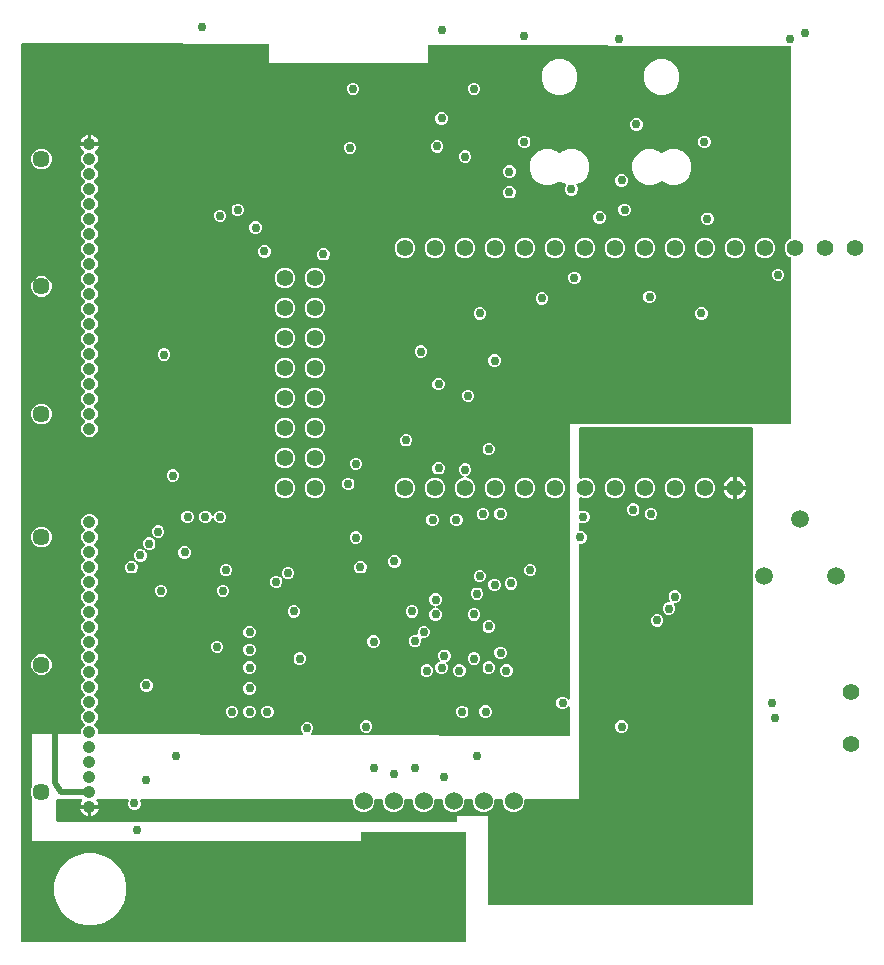
<source format=gbr>
G04 EAGLE Gerber RS-274X export*
G75*
%MOMM*%
%FSLAX34Y34*%
%LPD*%
%INCopper Layer 15*%
%IPPOS*%
%AMOC8*
5,1,8,0,0,1.08239X$1,22.5*%
G01*
%ADD10C,1.508000*%
%ADD11C,1.524000*%
%ADD12C,1.408000*%
%ADD13C,1.066800*%
%ADD14C,1.447800*%
%ADD15C,1.397000*%
%ADD16C,0.756400*%
%ADD17C,0.500000*%

G36*
X1000064Y32675D02*
X1000064Y32675D01*
X1000128Y32674D01*
X1000203Y32695D01*
X1000279Y32706D01*
X1000338Y32732D01*
X1000400Y32749D01*
X1000466Y32790D01*
X1000536Y32822D01*
X1000585Y32864D01*
X1000640Y32897D01*
X1000692Y32955D01*
X1000750Y33005D01*
X1000786Y33059D01*
X1000829Y33107D01*
X1000862Y33176D01*
X1000905Y33241D01*
X1000924Y33303D01*
X1000952Y33360D01*
X1000963Y33430D01*
X1000987Y33511D01*
X1000988Y33596D01*
X1000999Y33665D01*
X1000999Y125000D01*
X1000990Y125064D01*
X1000991Y125128D01*
X1000970Y125203D01*
X1000959Y125279D01*
X1000933Y125338D01*
X1000916Y125400D01*
X1000875Y125466D01*
X1000843Y125536D01*
X1000801Y125585D01*
X1000768Y125640D01*
X1000710Y125692D01*
X1000660Y125750D01*
X1000606Y125786D01*
X1000558Y125829D01*
X1000489Y125862D01*
X1000424Y125905D01*
X1000362Y125924D01*
X1000305Y125952D01*
X1000235Y125963D01*
X1000154Y125987D01*
X1000069Y125988D01*
X1000000Y125999D01*
X912500Y125999D01*
X912436Y125990D01*
X912372Y125991D01*
X912297Y125970D01*
X912221Y125959D01*
X912162Y125933D01*
X912100Y125916D01*
X912034Y125875D01*
X911964Y125843D01*
X911915Y125801D01*
X911860Y125768D01*
X911808Y125710D01*
X911750Y125660D01*
X911714Y125606D01*
X911671Y125558D01*
X911638Y125489D01*
X911595Y125424D01*
X911576Y125362D01*
X911548Y125305D01*
X911537Y125235D01*
X911513Y125154D01*
X911512Y125069D01*
X911501Y125000D01*
X911501Y118499D01*
X633499Y118499D01*
X633499Y155237D01*
X633493Y155278D01*
X633496Y155319D01*
X633476Y155403D01*
X633459Y155516D01*
X633435Y155569D01*
X633423Y155619D01*
X632496Y157857D01*
X632496Y161343D01*
X633423Y163581D01*
X633434Y163621D01*
X633452Y163659D01*
X633465Y163744D01*
X633493Y163854D01*
X633491Y163913D01*
X633499Y163963D01*
X633499Y209008D01*
X674037Y208815D01*
X674103Y208824D01*
X674170Y208823D01*
X674242Y208843D01*
X674317Y208854D01*
X674377Y208881D01*
X674442Y208898D01*
X674506Y208938D01*
X674574Y208969D01*
X674625Y209012D01*
X674682Y209047D01*
X674732Y209102D01*
X674789Y209151D01*
X674826Y209206D01*
X674871Y209256D01*
X674903Y209324D01*
X674945Y209386D01*
X674965Y209450D01*
X674994Y209510D01*
X675004Y209577D01*
X675029Y209655D01*
X675030Y209743D01*
X675041Y209814D01*
X675041Y211764D01*
X676085Y214285D01*
X677844Y216043D01*
X677882Y216095D01*
X677928Y216140D01*
X677967Y216207D01*
X678013Y216269D01*
X678036Y216329D01*
X678067Y216385D01*
X678085Y216460D01*
X678113Y216533D01*
X678117Y216597D01*
X678132Y216659D01*
X678128Y216737D01*
X678134Y216814D01*
X678121Y216877D01*
X678118Y216941D01*
X678092Y217014D01*
X678077Y217090D01*
X678047Y217147D01*
X678025Y217208D01*
X677984Y217264D01*
X677944Y217339D01*
X677885Y217400D01*
X677844Y217457D01*
X676085Y219215D01*
X675041Y221736D01*
X675041Y224464D01*
X676085Y226985D01*
X677844Y228743D01*
X677882Y228795D01*
X677928Y228840D01*
X677967Y228907D01*
X678013Y228969D01*
X678036Y229029D01*
X678067Y229085D01*
X678085Y229160D01*
X678113Y229233D01*
X678117Y229297D01*
X678132Y229359D01*
X678128Y229437D01*
X678134Y229514D01*
X678121Y229577D01*
X678118Y229641D01*
X678092Y229714D01*
X678077Y229790D01*
X678047Y229847D01*
X678025Y229908D01*
X677984Y229964D01*
X677944Y230039D01*
X677885Y230100D01*
X677844Y230157D01*
X676085Y231915D01*
X675041Y234436D01*
X675041Y237164D01*
X676085Y239685D01*
X677844Y241443D01*
X677882Y241495D01*
X677928Y241540D01*
X677967Y241607D01*
X678013Y241669D01*
X678036Y241729D01*
X678067Y241785D01*
X678085Y241860D01*
X678113Y241933D01*
X678117Y241997D01*
X678132Y242059D01*
X678128Y242137D01*
X678134Y242214D01*
X678121Y242277D01*
X678118Y242341D01*
X678092Y242414D01*
X678077Y242490D01*
X678047Y242547D01*
X678025Y242608D01*
X677984Y242664D01*
X677944Y242739D01*
X677885Y242800D01*
X677844Y242857D01*
X676085Y244615D01*
X675041Y247136D01*
X675041Y249864D01*
X676085Y252385D01*
X677844Y254143D01*
X677882Y254195D01*
X677928Y254240D01*
X677967Y254307D01*
X678013Y254369D01*
X678036Y254429D01*
X678067Y254485D01*
X678085Y254560D01*
X678113Y254633D01*
X678117Y254697D01*
X678132Y254759D01*
X678128Y254837D01*
X678134Y254914D01*
X678121Y254977D01*
X678118Y255041D01*
X678092Y255114D01*
X678077Y255190D01*
X678047Y255247D01*
X678025Y255308D01*
X677984Y255364D01*
X677944Y255439D01*
X677885Y255500D01*
X677844Y255557D01*
X676085Y257315D01*
X675041Y259836D01*
X675041Y262564D01*
X676085Y265085D01*
X677844Y266843D01*
X677882Y266895D01*
X677928Y266940D01*
X677967Y267007D01*
X678013Y267069D01*
X678036Y267129D01*
X678067Y267185D01*
X678085Y267260D01*
X678113Y267333D01*
X678117Y267397D01*
X678132Y267459D01*
X678128Y267537D01*
X678134Y267614D01*
X678121Y267677D01*
X678118Y267741D01*
X678092Y267814D01*
X678077Y267890D01*
X678047Y267947D01*
X678025Y268008D01*
X677984Y268064D01*
X677944Y268139D01*
X677885Y268200D01*
X677844Y268257D01*
X676085Y270015D01*
X675041Y272536D01*
X675041Y275264D01*
X676085Y277785D01*
X677844Y279543D01*
X677882Y279595D01*
X677928Y279640D01*
X677967Y279707D01*
X678013Y279769D01*
X678036Y279829D01*
X678067Y279885D01*
X678085Y279960D01*
X678113Y280033D01*
X678117Y280097D01*
X678132Y280159D01*
X678128Y280237D01*
X678134Y280314D01*
X678121Y280377D01*
X678118Y280441D01*
X678092Y280514D01*
X678077Y280590D01*
X678047Y280647D01*
X678025Y280708D01*
X677984Y280764D01*
X677944Y280839D01*
X677885Y280900D01*
X677844Y280957D01*
X676085Y282715D01*
X675041Y285236D01*
X675041Y287964D01*
X676085Y290485D01*
X677844Y292243D01*
X677882Y292295D01*
X677928Y292340D01*
X677967Y292407D01*
X678013Y292469D01*
X678036Y292529D01*
X678067Y292585D01*
X678085Y292660D01*
X678113Y292733D01*
X678117Y292797D01*
X678132Y292859D01*
X678128Y292937D01*
X678134Y293014D01*
X678121Y293077D01*
X678118Y293141D01*
X678092Y293214D01*
X678077Y293290D01*
X678047Y293347D01*
X678025Y293408D01*
X677984Y293464D01*
X677944Y293539D01*
X677885Y293600D01*
X677844Y293657D01*
X676085Y295415D01*
X675041Y297936D01*
X675041Y300664D01*
X676085Y303185D01*
X677844Y304943D01*
X677882Y304995D01*
X677928Y305040D01*
X677967Y305107D01*
X678013Y305169D01*
X678036Y305229D01*
X678067Y305285D01*
X678085Y305360D01*
X678113Y305433D01*
X678117Y305497D01*
X678132Y305559D01*
X678128Y305637D01*
X678134Y305714D01*
X678121Y305777D01*
X678118Y305841D01*
X678092Y305914D01*
X678077Y305990D01*
X678047Y306047D01*
X678025Y306108D01*
X677984Y306164D01*
X677944Y306239D01*
X677885Y306300D01*
X677844Y306357D01*
X676085Y308115D01*
X675041Y310636D01*
X675041Y313364D01*
X676085Y315885D01*
X677844Y317643D01*
X677882Y317695D01*
X677928Y317740D01*
X677967Y317807D01*
X678013Y317869D01*
X678036Y317929D01*
X678067Y317985D01*
X678085Y318060D01*
X678113Y318133D01*
X678117Y318197D01*
X678132Y318259D01*
X678128Y318337D01*
X678134Y318414D01*
X678121Y318477D01*
X678118Y318541D01*
X678092Y318614D01*
X678077Y318690D01*
X678047Y318747D01*
X678025Y318808D01*
X677984Y318864D01*
X677944Y318939D01*
X677885Y319000D01*
X677844Y319057D01*
X676085Y320815D01*
X675041Y323336D01*
X675041Y326064D01*
X676085Y328585D01*
X677844Y330343D01*
X677882Y330395D01*
X677928Y330440D01*
X677967Y330507D01*
X678013Y330569D01*
X678036Y330629D01*
X678067Y330685D01*
X678085Y330760D01*
X678113Y330833D01*
X678117Y330897D01*
X678132Y330959D01*
X678128Y331037D01*
X678134Y331114D01*
X678121Y331177D01*
X678118Y331241D01*
X678092Y331314D01*
X678077Y331390D01*
X678047Y331447D01*
X678025Y331508D01*
X677984Y331564D01*
X677944Y331639D01*
X677885Y331700D01*
X677844Y331757D01*
X676085Y333515D01*
X675041Y336036D01*
X675041Y338764D01*
X676085Y341285D01*
X677844Y343043D01*
X677882Y343095D01*
X677928Y343140D01*
X677967Y343207D01*
X678013Y343269D01*
X678036Y343329D01*
X678067Y343385D01*
X678085Y343460D01*
X678113Y343533D01*
X678117Y343597D01*
X678132Y343659D01*
X678128Y343737D01*
X678134Y343814D01*
X678121Y343877D01*
X678118Y343941D01*
X678092Y344014D01*
X678077Y344090D01*
X678047Y344147D01*
X678025Y344208D01*
X677984Y344264D01*
X677944Y344339D01*
X677885Y344400D01*
X677844Y344457D01*
X676085Y346215D01*
X675041Y348736D01*
X675041Y351464D01*
X676085Y353985D01*
X677844Y355743D01*
X677855Y355758D01*
X677860Y355763D01*
X677874Y355784D01*
X677882Y355795D01*
X677928Y355840D01*
X677967Y355907D01*
X678013Y355969D01*
X678036Y356029D01*
X678067Y356085D01*
X678085Y356160D01*
X678113Y356233D01*
X678117Y356297D01*
X678132Y356359D01*
X678128Y356437D01*
X678134Y356514D01*
X678121Y356577D01*
X678118Y356641D01*
X678092Y356714D01*
X678077Y356790D01*
X678047Y356847D01*
X678025Y356908D01*
X677984Y356964D01*
X677944Y357039D01*
X677885Y357100D01*
X677844Y357157D01*
X676085Y358915D01*
X675041Y361436D01*
X675041Y364164D01*
X676085Y366685D01*
X677844Y368443D01*
X677882Y368495D01*
X677928Y368540D01*
X677967Y368607D01*
X678013Y368669D01*
X678036Y368729D01*
X678067Y368785D01*
X678085Y368860D01*
X678113Y368933D01*
X678117Y368997D01*
X678132Y369059D01*
X678128Y369137D01*
X678134Y369214D01*
X678121Y369277D01*
X678118Y369341D01*
X678092Y369414D01*
X678077Y369490D01*
X678047Y369547D01*
X678025Y369608D01*
X677984Y369664D01*
X677944Y369739D01*
X677885Y369800D01*
X677844Y369857D01*
X676085Y371615D01*
X675041Y374136D01*
X675041Y376864D01*
X676085Y379385D01*
X677844Y381143D01*
X677882Y381195D01*
X677928Y381240D01*
X677967Y381307D01*
X678013Y381369D01*
X678036Y381429D01*
X678067Y381485D01*
X678085Y381560D01*
X678113Y381633D01*
X678117Y381697D01*
X678132Y381759D01*
X678128Y381837D01*
X678134Y381914D01*
X678121Y381977D01*
X678118Y382041D01*
X678092Y382114D01*
X678077Y382190D01*
X678047Y382247D01*
X678025Y382308D01*
X677984Y382364D01*
X677944Y382439D01*
X677885Y382500D01*
X677844Y382557D01*
X676085Y384315D01*
X675041Y386836D01*
X675041Y389564D01*
X676085Y392085D01*
X678015Y394015D01*
X680536Y395059D01*
X683264Y395059D01*
X685785Y394015D01*
X687715Y392085D01*
X688759Y389564D01*
X688759Y386836D01*
X687715Y384315D01*
X685956Y382557D01*
X685918Y382505D01*
X685872Y382460D01*
X685833Y382393D01*
X685787Y382331D01*
X685764Y382271D01*
X685733Y382215D01*
X685715Y382140D01*
X685687Y382067D01*
X685683Y382003D01*
X685668Y381940D01*
X685672Y381863D01*
X685666Y381786D01*
X685679Y381723D01*
X685682Y381659D01*
X685707Y381586D01*
X685723Y381510D01*
X685753Y381453D01*
X685775Y381392D01*
X685816Y381336D01*
X685856Y381261D01*
X685915Y381200D01*
X685956Y381143D01*
X687715Y379385D01*
X688759Y376864D01*
X688759Y374136D01*
X687715Y371615D01*
X685956Y369857D01*
X685918Y369805D01*
X685872Y369760D01*
X685833Y369693D01*
X685787Y369631D01*
X685764Y369571D01*
X685733Y369515D01*
X685715Y369440D01*
X685687Y369367D01*
X685683Y369303D01*
X685668Y369240D01*
X685672Y369163D01*
X685666Y369086D01*
X685679Y369023D01*
X685682Y368959D01*
X685707Y368886D01*
X685723Y368810D01*
X685753Y368753D01*
X685775Y368692D01*
X685816Y368636D01*
X685856Y368561D01*
X685915Y368500D01*
X685956Y368443D01*
X687715Y366685D01*
X688759Y364164D01*
X688759Y361436D01*
X687715Y358915D01*
X685956Y357157D01*
X685918Y357105D01*
X685872Y357060D01*
X685833Y356993D01*
X685787Y356931D01*
X685764Y356871D01*
X685733Y356815D01*
X685715Y356740D01*
X685687Y356667D01*
X685683Y356603D01*
X685668Y356540D01*
X685672Y356463D01*
X685666Y356386D01*
X685679Y356323D01*
X685682Y356259D01*
X685707Y356186D01*
X685723Y356110D01*
X685753Y356053D01*
X685775Y355992D01*
X685816Y355936D01*
X685856Y355861D01*
X685907Y355808D01*
X685922Y355783D01*
X685937Y355770D01*
X685956Y355743D01*
X687715Y353985D01*
X688759Y351464D01*
X688759Y348736D01*
X687715Y346215D01*
X685956Y344457D01*
X685918Y344405D01*
X685872Y344360D01*
X685833Y344293D01*
X685787Y344231D01*
X685764Y344171D01*
X685733Y344115D01*
X685715Y344040D01*
X685687Y343967D01*
X685683Y343903D01*
X685668Y343840D01*
X685672Y343763D01*
X685666Y343686D01*
X685679Y343623D01*
X685682Y343559D01*
X685707Y343486D01*
X685723Y343410D01*
X685753Y343353D01*
X685775Y343292D01*
X685816Y343236D01*
X685856Y343161D01*
X685915Y343100D01*
X685956Y343043D01*
X687715Y341285D01*
X688759Y338764D01*
X688759Y336036D01*
X687715Y333515D01*
X685956Y331757D01*
X685918Y331705D01*
X685872Y331660D01*
X685833Y331593D01*
X685787Y331531D01*
X685764Y331471D01*
X685733Y331415D01*
X685715Y331340D01*
X685687Y331267D01*
X685683Y331203D01*
X685668Y331140D01*
X685672Y331063D01*
X685666Y330986D01*
X685679Y330923D01*
X685682Y330859D01*
X685707Y330786D01*
X685723Y330710D01*
X685753Y330653D01*
X685775Y330592D01*
X685816Y330536D01*
X685856Y330461D01*
X685915Y330400D01*
X685956Y330343D01*
X687715Y328585D01*
X688759Y326064D01*
X688759Y323336D01*
X687715Y320815D01*
X685956Y319057D01*
X685918Y319005D01*
X685872Y318960D01*
X685833Y318893D01*
X685787Y318831D01*
X685764Y318771D01*
X685733Y318715D01*
X685715Y318640D01*
X685687Y318567D01*
X685683Y318503D01*
X685668Y318440D01*
X685672Y318363D01*
X685666Y318286D01*
X685679Y318223D01*
X685682Y318159D01*
X685707Y318086D01*
X685723Y318010D01*
X685753Y317953D01*
X685775Y317892D01*
X685816Y317836D01*
X685856Y317761D01*
X685915Y317700D01*
X685956Y317643D01*
X687715Y315885D01*
X688759Y313364D01*
X688759Y310636D01*
X687715Y308115D01*
X685956Y306357D01*
X685918Y306305D01*
X685872Y306260D01*
X685833Y306193D01*
X685787Y306131D01*
X685764Y306071D01*
X685733Y306015D01*
X685715Y305940D01*
X685687Y305867D01*
X685683Y305803D01*
X685668Y305740D01*
X685672Y305663D01*
X685666Y305586D01*
X685679Y305523D01*
X685682Y305459D01*
X685707Y305386D01*
X685723Y305310D01*
X685753Y305253D01*
X685775Y305192D01*
X685816Y305136D01*
X685856Y305061D01*
X685915Y305000D01*
X685956Y304943D01*
X687715Y303185D01*
X688759Y300664D01*
X688759Y297936D01*
X687715Y295415D01*
X685956Y293657D01*
X685918Y293605D01*
X685872Y293560D01*
X685833Y293493D01*
X685787Y293431D01*
X685764Y293371D01*
X685733Y293315D01*
X685715Y293240D01*
X685687Y293167D01*
X685683Y293103D01*
X685668Y293040D01*
X685672Y292963D01*
X685666Y292886D01*
X685679Y292823D01*
X685682Y292759D01*
X685707Y292686D01*
X685723Y292610D01*
X685753Y292553D01*
X685775Y292492D01*
X685816Y292436D01*
X685856Y292361D01*
X685915Y292300D01*
X685956Y292243D01*
X687715Y290485D01*
X688759Y287964D01*
X688759Y285236D01*
X687715Y282715D01*
X685956Y280957D01*
X685918Y280905D01*
X685872Y280860D01*
X685833Y280793D01*
X685787Y280731D01*
X685764Y280671D01*
X685733Y280615D01*
X685715Y280540D01*
X685687Y280467D01*
X685683Y280403D01*
X685668Y280340D01*
X685672Y280263D01*
X685666Y280186D01*
X685679Y280123D01*
X685682Y280059D01*
X685707Y279986D01*
X685723Y279910D01*
X685753Y279853D01*
X685775Y279792D01*
X685816Y279736D01*
X685856Y279661D01*
X685915Y279600D01*
X685956Y279543D01*
X687715Y277785D01*
X688759Y275264D01*
X688759Y272536D01*
X687715Y270015D01*
X685956Y268257D01*
X685918Y268205D01*
X685872Y268160D01*
X685833Y268093D01*
X685787Y268031D01*
X685764Y267971D01*
X685733Y267915D01*
X685715Y267840D01*
X685687Y267767D01*
X685683Y267703D01*
X685668Y267640D01*
X685672Y267563D01*
X685666Y267486D01*
X685679Y267423D01*
X685682Y267359D01*
X685707Y267286D01*
X685723Y267210D01*
X685753Y267153D01*
X685775Y267092D01*
X685816Y267036D01*
X685856Y266961D01*
X685915Y266900D01*
X685956Y266843D01*
X687715Y265085D01*
X688759Y262564D01*
X688759Y259836D01*
X687715Y257315D01*
X685956Y255557D01*
X685918Y255505D01*
X685872Y255460D01*
X685833Y255393D01*
X685787Y255331D01*
X685764Y255271D01*
X685733Y255215D01*
X685715Y255140D01*
X685687Y255067D01*
X685683Y255003D01*
X685668Y254940D01*
X685672Y254863D01*
X685666Y254786D01*
X685679Y254723D01*
X685682Y254659D01*
X685707Y254586D01*
X685723Y254510D01*
X685753Y254453D01*
X685775Y254392D01*
X685816Y254336D01*
X685856Y254261D01*
X685915Y254200D01*
X685956Y254143D01*
X687715Y252385D01*
X688759Y249864D01*
X688759Y247136D01*
X687715Y244615D01*
X685956Y242857D01*
X685918Y242805D01*
X685872Y242760D01*
X685833Y242693D01*
X685787Y242631D01*
X685764Y242571D01*
X685733Y242515D01*
X685715Y242440D01*
X685687Y242367D01*
X685683Y242303D01*
X685668Y242240D01*
X685672Y242163D01*
X685666Y242086D01*
X685679Y242023D01*
X685682Y241959D01*
X685707Y241886D01*
X685723Y241810D01*
X685753Y241753D01*
X685775Y241692D01*
X685816Y241636D01*
X685856Y241561D01*
X685915Y241500D01*
X685956Y241443D01*
X687715Y239685D01*
X688759Y237164D01*
X688759Y234436D01*
X687715Y231915D01*
X685956Y230157D01*
X685918Y230105D01*
X685872Y230060D01*
X685833Y229993D01*
X685787Y229931D01*
X685764Y229871D01*
X685733Y229815D01*
X685715Y229740D01*
X685687Y229667D01*
X685683Y229603D01*
X685668Y229540D01*
X685672Y229463D01*
X685666Y229386D01*
X685679Y229323D01*
X685682Y229259D01*
X685707Y229186D01*
X685723Y229110D01*
X685753Y229053D01*
X685775Y228992D01*
X685816Y228936D01*
X685856Y228861D01*
X685915Y228800D01*
X685956Y228743D01*
X687715Y226985D01*
X688759Y224464D01*
X688759Y221736D01*
X687715Y219215D01*
X685956Y217457D01*
X685918Y217405D01*
X685872Y217360D01*
X685833Y217293D01*
X685787Y217231D01*
X685764Y217171D01*
X685733Y217115D01*
X685715Y217040D01*
X685687Y216967D01*
X685683Y216903D01*
X685668Y216840D01*
X685672Y216763D01*
X685666Y216686D01*
X685679Y216623D01*
X685682Y216559D01*
X685707Y216486D01*
X685723Y216410D01*
X685753Y216353D01*
X685775Y216292D01*
X685816Y216236D01*
X685856Y216161D01*
X685915Y216100D01*
X685956Y216043D01*
X687715Y214285D01*
X688759Y211764D01*
X688759Y209740D01*
X688767Y209678D01*
X688766Y209616D01*
X688787Y209539D01*
X688799Y209460D01*
X688824Y209404D01*
X688840Y209344D01*
X688882Y209276D01*
X688915Y209203D01*
X688955Y209156D01*
X688987Y209104D01*
X689046Y209050D01*
X689098Y208989D01*
X689150Y208955D01*
X689196Y208914D01*
X689267Y208878D01*
X689334Y208835D01*
X689393Y208817D01*
X689449Y208789D01*
X689520Y208778D01*
X689604Y208752D01*
X689686Y208751D01*
X689753Y208740D01*
X862157Y207921D01*
X862192Y207925D01*
X862226Y207923D01*
X862331Y207944D01*
X862437Y207959D01*
X862469Y207973D01*
X862502Y207980D01*
X862597Y208030D01*
X862694Y208074D01*
X862721Y208096D01*
X862751Y208113D01*
X862828Y208187D01*
X862910Y208256D01*
X862929Y208285D01*
X862953Y208309D01*
X863006Y208402D01*
X863065Y208492D01*
X863075Y208525D01*
X863092Y208555D01*
X863117Y208659D01*
X863149Y208761D01*
X863149Y208795D01*
X863157Y208829D01*
X863152Y208936D01*
X863154Y209043D01*
X863145Y209076D01*
X863143Y209111D01*
X863108Y209212D01*
X863080Y209315D01*
X863062Y209345D01*
X863051Y209377D01*
X862998Y209450D01*
X862933Y209556D01*
X862895Y209590D01*
X862869Y209626D01*
X861751Y210744D01*
X860943Y212694D01*
X860943Y214806D01*
X861751Y216756D01*
X863244Y218249D01*
X865194Y219057D01*
X867306Y219057D01*
X869256Y218249D01*
X870749Y216756D01*
X871557Y214806D01*
X871557Y212694D01*
X870749Y210744D01*
X869593Y209588D01*
X869575Y209564D01*
X869552Y209544D01*
X869490Y209451D01*
X869423Y209362D01*
X869413Y209334D01*
X869396Y209309D01*
X869363Y209203D01*
X869324Y209098D01*
X869321Y209068D01*
X869313Y209040D01*
X869311Y208928D01*
X869302Y208817D01*
X869308Y208788D01*
X869307Y208758D01*
X869337Y208650D01*
X869360Y208541D01*
X869374Y208515D01*
X869381Y208486D01*
X869439Y208391D01*
X869492Y208292D01*
X869513Y208271D01*
X869528Y208245D01*
X869611Y208170D01*
X869689Y208090D01*
X869715Y208075D01*
X869737Y208055D01*
X869837Y208006D01*
X869934Y207951D01*
X869963Y207944D01*
X869990Y207931D01*
X870080Y207916D01*
X870209Y207886D01*
X870254Y207888D01*
X870294Y207882D01*
X1087495Y206849D01*
X1087561Y206858D01*
X1087628Y206857D01*
X1087700Y206877D01*
X1087775Y206887D01*
X1087835Y206915D01*
X1087900Y206932D01*
X1087964Y206972D01*
X1088032Y207003D01*
X1088083Y207046D01*
X1088140Y207081D01*
X1088190Y207136D01*
X1088247Y207185D01*
X1088284Y207240D01*
X1088329Y207290D01*
X1088361Y207357D01*
X1088403Y207420D01*
X1088423Y207484D01*
X1088452Y207544D01*
X1088462Y207611D01*
X1088487Y207689D01*
X1088488Y207777D01*
X1088499Y207848D01*
X1088499Y231082D01*
X1088495Y231114D01*
X1088497Y231146D01*
X1088475Y231253D01*
X1088459Y231361D01*
X1088446Y231391D01*
X1088440Y231422D01*
X1088388Y231519D01*
X1088343Y231618D01*
X1088322Y231643D01*
X1088307Y231671D01*
X1088231Y231750D01*
X1088160Y231832D01*
X1088133Y231850D01*
X1088110Y231873D01*
X1088015Y231927D01*
X1087924Y231987D01*
X1087893Y231996D01*
X1087865Y232012D01*
X1087758Y232037D01*
X1087654Y232069D01*
X1087622Y232070D01*
X1087591Y232077D01*
X1087481Y232072D01*
X1087372Y232073D01*
X1087341Y232064D01*
X1087309Y232063D01*
X1087206Y232027D01*
X1087100Y231998D01*
X1087073Y231981D01*
X1087042Y231970D01*
X1086969Y231917D01*
X1086860Y231850D01*
X1086828Y231814D01*
X1086793Y231789D01*
X1085506Y230501D01*
X1083556Y229693D01*
X1081444Y229693D01*
X1079494Y230501D01*
X1078001Y231994D01*
X1077193Y233944D01*
X1077193Y236056D01*
X1078001Y238006D01*
X1079494Y239499D01*
X1081444Y240307D01*
X1083556Y240307D01*
X1085506Y239499D01*
X1086793Y238211D01*
X1086819Y238192D01*
X1086840Y238168D01*
X1086932Y238108D01*
X1087019Y238042D01*
X1087049Y238031D01*
X1087076Y238013D01*
X1087181Y237981D01*
X1087283Y237943D01*
X1087315Y237940D01*
X1087346Y237931D01*
X1087455Y237929D01*
X1087564Y237921D01*
X1087596Y237927D01*
X1087628Y237927D01*
X1087733Y237956D01*
X1087840Y237978D01*
X1087869Y237994D01*
X1087900Y238002D01*
X1087993Y238060D01*
X1088089Y238111D01*
X1088112Y238133D01*
X1088140Y238150D01*
X1088213Y238231D01*
X1088291Y238308D01*
X1088307Y238336D01*
X1088329Y238360D01*
X1088376Y238458D01*
X1088430Y238553D01*
X1088438Y238584D01*
X1088452Y238613D01*
X1088466Y238703D01*
X1088495Y238827D01*
X1088493Y238876D01*
X1088499Y238918D01*
X1088499Y471501D01*
X1275000Y471501D01*
X1275064Y471510D01*
X1275128Y471509D01*
X1275203Y471530D01*
X1275279Y471541D01*
X1275338Y471567D01*
X1275400Y471584D01*
X1275466Y471625D01*
X1275536Y471657D01*
X1275585Y471699D01*
X1275640Y471732D01*
X1275692Y471790D01*
X1275750Y471840D01*
X1275786Y471894D01*
X1275829Y471942D01*
X1275862Y472011D01*
X1275905Y472076D01*
X1275924Y472138D01*
X1275952Y472195D01*
X1275963Y472265D01*
X1275987Y472346D01*
X1275988Y472431D01*
X1275999Y472500D01*
X1275999Y611688D01*
X1275998Y611697D01*
X1275999Y611706D01*
X1275978Y611836D01*
X1275959Y611967D01*
X1275956Y611976D01*
X1275954Y611985D01*
X1275897Y612104D01*
X1275843Y612224D01*
X1275837Y612231D01*
X1275833Y612240D01*
X1275745Y612338D01*
X1275660Y612438D01*
X1275652Y612443D01*
X1275646Y612450D01*
X1275580Y612490D01*
X1275424Y612593D01*
X1275401Y612600D01*
X1275382Y612611D01*
X1274348Y613039D01*
X1271939Y615448D01*
X1270635Y618596D01*
X1270635Y622004D01*
X1271939Y625152D01*
X1274348Y627561D01*
X1275382Y627989D01*
X1275391Y627994D01*
X1275400Y627996D01*
X1275512Y628066D01*
X1275625Y628133D01*
X1275632Y628140D01*
X1275640Y628145D01*
X1275728Y628243D01*
X1275818Y628338D01*
X1275822Y628347D01*
X1275829Y628354D01*
X1275886Y628473D01*
X1275946Y628590D01*
X1275948Y628599D01*
X1275952Y628608D01*
X1275964Y628684D01*
X1275998Y628867D01*
X1275996Y628891D01*
X1275999Y628912D01*
X1275999Y790000D01*
X1275990Y790062D01*
X1275992Y790124D01*
X1275971Y790200D01*
X1275959Y790279D01*
X1275934Y790336D01*
X1275918Y790396D01*
X1275876Y790464D01*
X1275843Y790536D01*
X1275803Y790583D01*
X1275770Y790636D01*
X1275712Y790690D01*
X1275660Y790750D01*
X1275608Y790785D01*
X1275562Y790826D01*
X1275491Y790861D01*
X1275424Y790905D01*
X1275364Y790923D01*
X1275309Y790950D01*
X1275238Y790962D01*
X1275154Y790987D01*
X1275072Y790988D01*
X1275004Y790999D01*
X969504Y792305D01*
X969438Y792296D01*
X969372Y792297D01*
X969299Y792276D01*
X969225Y792266D01*
X969164Y792239D01*
X969100Y792221D01*
X969036Y792182D01*
X968967Y792151D01*
X968917Y792108D01*
X968860Y792073D01*
X968810Y792017D01*
X968752Y791969D01*
X968716Y791913D01*
X968671Y791864D01*
X968638Y791796D01*
X968597Y791733D01*
X968577Y791670D01*
X968548Y791610D01*
X968538Y791542D01*
X968513Y791464D01*
X968512Y791377D01*
X968501Y791306D01*
X968501Y777085D01*
X967915Y776499D01*
X834585Y776499D01*
X833999Y777085D01*
X833999Y791889D01*
X833990Y791950D01*
X833992Y792013D01*
X833971Y792089D01*
X833959Y792168D01*
X833934Y792225D01*
X833918Y792285D01*
X833876Y792353D01*
X833843Y792425D01*
X833803Y792472D01*
X833770Y792525D01*
X833712Y792579D01*
X833660Y792639D01*
X833608Y792673D01*
X833562Y792715D01*
X833491Y792750D01*
X833424Y792794D01*
X833364Y792812D01*
X833309Y792839D01*
X833238Y792851D01*
X833154Y792876D01*
X833072Y792877D01*
X833004Y792888D01*
X690004Y793499D01*
X690002Y793499D01*
X690000Y793499D01*
X625000Y793499D01*
X624936Y793490D01*
X624872Y793491D01*
X624797Y793470D01*
X624721Y793459D01*
X624662Y793433D01*
X624600Y793416D01*
X624534Y793375D01*
X624464Y793343D01*
X624415Y793301D01*
X624360Y793268D01*
X624308Y793210D01*
X624250Y793160D01*
X624214Y793106D01*
X624171Y793058D01*
X624138Y792989D01*
X624095Y792924D01*
X624076Y792862D01*
X624048Y792805D01*
X624037Y792735D01*
X624013Y792654D01*
X624012Y792569D01*
X624001Y792500D01*
X624001Y33665D01*
X624010Y33601D01*
X624009Y33537D01*
X624030Y33462D01*
X624041Y33386D01*
X624067Y33327D01*
X624084Y33265D01*
X624125Y33199D01*
X624157Y33129D01*
X624199Y33080D01*
X624232Y33025D01*
X624290Y32973D01*
X624340Y32915D01*
X624394Y32879D01*
X624442Y32836D01*
X624511Y32803D01*
X624576Y32760D01*
X624638Y32741D01*
X624695Y32713D01*
X624765Y32702D01*
X624846Y32678D01*
X624931Y32677D01*
X625000Y32666D01*
X1000000Y32666D01*
X1000064Y32675D01*
G37*
G36*
X1242564Y64010D02*
X1242564Y64010D01*
X1242628Y64009D01*
X1242703Y64030D01*
X1242779Y64041D01*
X1242838Y64067D01*
X1242900Y64084D01*
X1242966Y64125D01*
X1243036Y64157D01*
X1243085Y64199D01*
X1243140Y64232D01*
X1243192Y64290D01*
X1243250Y64340D01*
X1243286Y64394D01*
X1243329Y64442D01*
X1243362Y64511D01*
X1243405Y64576D01*
X1243424Y64638D01*
X1243452Y64695D01*
X1243463Y64765D01*
X1243487Y64846D01*
X1243488Y64931D01*
X1243499Y65000D01*
X1243499Y467500D01*
X1243490Y467564D01*
X1243491Y467628D01*
X1243470Y467703D01*
X1243459Y467779D01*
X1243433Y467838D01*
X1243416Y467900D01*
X1243375Y467966D01*
X1243343Y468036D01*
X1243301Y468085D01*
X1243268Y468140D01*
X1243210Y468192D01*
X1243160Y468250D01*
X1243106Y468286D01*
X1243058Y468329D01*
X1242989Y468362D01*
X1242924Y468405D01*
X1242862Y468424D01*
X1242805Y468452D01*
X1242735Y468463D01*
X1242654Y468487D01*
X1242569Y468488D01*
X1242500Y468499D01*
X1097500Y468499D01*
X1097436Y468490D01*
X1097372Y468491D01*
X1097297Y468470D01*
X1097221Y468459D01*
X1097162Y468433D01*
X1097100Y468416D01*
X1097034Y468375D01*
X1096964Y468343D01*
X1096915Y468301D01*
X1096860Y468268D01*
X1096808Y468210D01*
X1096750Y468160D01*
X1096714Y468106D01*
X1096671Y468058D01*
X1096638Y467989D01*
X1096595Y467924D01*
X1096576Y467862D01*
X1096548Y467805D01*
X1096537Y467735D01*
X1096513Y467654D01*
X1096512Y467569D01*
X1096501Y467500D01*
X1096501Y425837D01*
X1096517Y425719D01*
X1096529Y425601D01*
X1096537Y425580D01*
X1096541Y425557D01*
X1096589Y425450D01*
X1096633Y425339D01*
X1096647Y425321D01*
X1096657Y425300D01*
X1096734Y425210D01*
X1096807Y425117D01*
X1096825Y425103D01*
X1096840Y425086D01*
X1096940Y425021D01*
X1097036Y424952D01*
X1097057Y424944D01*
X1097076Y424932D01*
X1097190Y424897D01*
X1097301Y424857D01*
X1097324Y424856D01*
X1097346Y424849D01*
X1097464Y424848D01*
X1097583Y424841D01*
X1097604Y424846D01*
X1097628Y424846D01*
X1097807Y424895D01*
X1097882Y424913D01*
X1099696Y425665D01*
X1103104Y425665D01*
X1106252Y424361D01*
X1108661Y421952D01*
X1109965Y418804D01*
X1109965Y415396D01*
X1108661Y412248D01*
X1106252Y409839D01*
X1103104Y408535D01*
X1099696Y408535D01*
X1097882Y409287D01*
X1097768Y409316D01*
X1097654Y409351D01*
X1097631Y409351D01*
X1097609Y409357D01*
X1097491Y409353D01*
X1097372Y409354D01*
X1097350Y409348D01*
X1097327Y409348D01*
X1097215Y409311D01*
X1097100Y409279D01*
X1097081Y409267D01*
X1097059Y409260D01*
X1096961Y409193D01*
X1096860Y409131D01*
X1096845Y409114D01*
X1096826Y409101D01*
X1096751Y409010D01*
X1096671Y408922D01*
X1096661Y408901D01*
X1096647Y408884D01*
X1096600Y408775D01*
X1096548Y408668D01*
X1096545Y408647D01*
X1096535Y408625D01*
X1096513Y408440D01*
X1096501Y408363D01*
X1096501Y398290D01*
X1096517Y398173D01*
X1096529Y398055D01*
X1096537Y398033D01*
X1096541Y398011D01*
X1096589Y397903D01*
X1096633Y397793D01*
X1096647Y397775D01*
X1096657Y397754D01*
X1096734Y397664D01*
X1096807Y397570D01*
X1096825Y397557D01*
X1096840Y397540D01*
X1096940Y397474D01*
X1097036Y397405D01*
X1097057Y397398D01*
X1097076Y397385D01*
X1097190Y397350D01*
X1097301Y397311D01*
X1097324Y397309D01*
X1097346Y397303D01*
X1097464Y397301D01*
X1097583Y397294D01*
X1097604Y397299D01*
X1097628Y397299D01*
X1097807Y397349D01*
X1097882Y397367D01*
X1098944Y397807D01*
X1101056Y397807D01*
X1103006Y396999D01*
X1104499Y395506D01*
X1105307Y393556D01*
X1105307Y391444D01*
X1104499Y389494D01*
X1103006Y388001D01*
X1101056Y387193D01*
X1098944Y387193D01*
X1097882Y387633D01*
X1097767Y387663D01*
X1097654Y387697D01*
X1097631Y387698D01*
X1097609Y387703D01*
X1097491Y387699D01*
X1097372Y387701D01*
X1097350Y387695D01*
X1097327Y387694D01*
X1097215Y387658D01*
X1097100Y387626D01*
X1097081Y387614D01*
X1097059Y387607D01*
X1096961Y387540D01*
X1096860Y387478D01*
X1096845Y387461D01*
X1096826Y387448D01*
X1096751Y387357D01*
X1096671Y387268D01*
X1096661Y387248D01*
X1096647Y387230D01*
X1096600Y387121D01*
X1096548Y387015D01*
X1096545Y386993D01*
X1096535Y386971D01*
X1096513Y386786D01*
X1096501Y386710D01*
X1096501Y381476D01*
X1096510Y381412D01*
X1096509Y381348D01*
X1096530Y381273D01*
X1096541Y381197D01*
X1096567Y381138D01*
X1096584Y381076D01*
X1096625Y381010D01*
X1096657Y380940D01*
X1096699Y380891D01*
X1096732Y380836D01*
X1096790Y380784D01*
X1096840Y380726D01*
X1096894Y380690D01*
X1096942Y380647D01*
X1097011Y380614D01*
X1097076Y380571D01*
X1097138Y380552D01*
X1097195Y380524D01*
X1097265Y380513D01*
X1097346Y380489D01*
X1097431Y380488D01*
X1097500Y380477D01*
X1098556Y380477D01*
X1100506Y379669D01*
X1101999Y378176D01*
X1102807Y376226D01*
X1102807Y374114D01*
X1101999Y372164D01*
X1100506Y370671D01*
X1098556Y369863D01*
X1097500Y369863D01*
X1097436Y369854D01*
X1097372Y369855D01*
X1097297Y369834D01*
X1097221Y369823D01*
X1097162Y369797D01*
X1097100Y369780D01*
X1097034Y369739D01*
X1096964Y369707D01*
X1096915Y369665D01*
X1096860Y369632D01*
X1096808Y369574D01*
X1096750Y369524D01*
X1096714Y369470D01*
X1096671Y369422D01*
X1096638Y369353D01*
X1096595Y369288D01*
X1096576Y369226D01*
X1096548Y369169D01*
X1096537Y369099D01*
X1096513Y369018D01*
X1096512Y368933D01*
X1096501Y368864D01*
X1096501Y153499D01*
X1051144Y153499D01*
X1051080Y153490D01*
X1051016Y153491D01*
X1050941Y153470D01*
X1050865Y153459D01*
X1050806Y153433D01*
X1050744Y153416D01*
X1050678Y153375D01*
X1050608Y153343D01*
X1050559Y153301D01*
X1050504Y153268D01*
X1050452Y153210D01*
X1050394Y153160D01*
X1050358Y153106D01*
X1050315Y153058D01*
X1050282Y152989D01*
X1050239Y152924D01*
X1050220Y152862D01*
X1050192Y152805D01*
X1050181Y152735D01*
X1050157Y152654D01*
X1050156Y152569D01*
X1050145Y152500D01*
X1050145Y150481D01*
X1048753Y147120D01*
X1046180Y144547D01*
X1042819Y143155D01*
X1039181Y143155D01*
X1035820Y144547D01*
X1033247Y147120D01*
X1031855Y150481D01*
X1031855Y152500D01*
X1031846Y152564D01*
X1031847Y152628D01*
X1031826Y152703D01*
X1031815Y152779D01*
X1031789Y152838D01*
X1031772Y152900D01*
X1031731Y152966D01*
X1031699Y153036D01*
X1031657Y153085D01*
X1031624Y153140D01*
X1031566Y153192D01*
X1031516Y153250D01*
X1031462Y153286D01*
X1031414Y153329D01*
X1031345Y153362D01*
X1031280Y153405D01*
X1031218Y153424D01*
X1031161Y153452D01*
X1031091Y153463D01*
X1031010Y153487D01*
X1030925Y153488D01*
X1030856Y153499D01*
X1025744Y153499D01*
X1025680Y153490D01*
X1025616Y153491D01*
X1025541Y153470D01*
X1025465Y153459D01*
X1025406Y153433D01*
X1025344Y153416D01*
X1025278Y153375D01*
X1025208Y153343D01*
X1025159Y153301D01*
X1025104Y153268D01*
X1025052Y153210D01*
X1024994Y153160D01*
X1024958Y153106D01*
X1024915Y153058D01*
X1024882Y152989D01*
X1024839Y152924D01*
X1024820Y152862D01*
X1024792Y152805D01*
X1024781Y152735D01*
X1024757Y152654D01*
X1024756Y152569D01*
X1024745Y152500D01*
X1024745Y150481D01*
X1023353Y147120D01*
X1020780Y144547D01*
X1017419Y143155D01*
X1013781Y143155D01*
X1010420Y144547D01*
X1007847Y147120D01*
X1006455Y150481D01*
X1006455Y152500D01*
X1006446Y152564D01*
X1006447Y152628D01*
X1006426Y152703D01*
X1006415Y152779D01*
X1006389Y152838D01*
X1006372Y152900D01*
X1006331Y152966D01*
X1006299Y153036D01*
X1006257Y153085D01*
X1006224Y153140D01*
X1006166Y153192D01*
X1006116Y153250D01*
X1006062Y153286D01*
X1006014Y153329D01*
X1005945Y153362D01*
X1005880Y153405D01*
X1005818Y153424D01*
X1005761Y153452D01*
X1005691Y153463D01*
X1005610Y153487D01*
X1005525Y153488D01*
X1005456Y153499D01*
X1000344Y153499D01*
X1000280Y153490D01*
X1000216Y153491D01*
X1000141Y153470D01*
X1000065Y153459D01*
X1000006Y153433D01*
X999944Y153416D01*
X999878Y153375D01*
X999808Y153343D01*
X999759Y153301D01*
X999704Y153268D01*
X999652Y153210D01*
X999594Y153160D01*
X999558Y153106D01*
X999515Y153058D01*
X999482Y152989D01*
X999439Y152924D01*
X999420Y152862D01*
X999392Y152805D01*
X999381Y152735D01*
X999357Y152654D01*
X999356Y152569D01*
X999345Y152500D01*
X999345Y150481D01*
X997953Y147120D01*
X995380Y144547D01*
X992019Y143155D01*
X988381Y143155D01*
X985020Y144547D01*
X982447Y147120D01*
X981055Y150481D01*
X981055Y152500D01*
X981046Y152564D01*
X981047Y152628D01*
X981026Y152703D01*
X981015Y152779D01*
X980989Y152838D01*
X980972Y152900D01*
X980931Y152966D01*
X980899Y153036D01*
X980857Y153085D01*
X980824Y153140D01*
X980766Y153192D01*
X980716Y153250D01*
X980662Y153286D01*
X980614Y153329D01*
X980545Y153362D01*
X980480Y153405D01*
X980418Y153424D01*
X980361Y153452D01*
X980291Y153463D01*
X980210Y153487D01*
X980125Y153488D01*
X980056Y153499D01*
X974944Y153499D01*
X974880Y153490D01*
X974816Y153491D01*
X974741Y153470D01*
X974665Y153459D01*
X974606Y153433D01*
X974544Y153416D01*
X974478Y153375D01*
X974408Y153343D01*
X974359Y153301D01*
X974304Y153268D01*
X974252Y153210D01*
X974194Y153160D01*
X974158Y153106D01*
X974115Y153058D01*
X974082Y152989D01*
X974039Y152924D01*
X974020Y152862D01*
X973992Y152805D01*
X973981Y152735D01*
X973957Y152654D01*
X973956Y152569D01*
X973945Y152500D01*
X973945Y150481D01*
X972553Y147120D01*
X969980Y144547D01*
X966619Y143155D01*
X962981Y143155D01*
X959620Y144547D01*
X957047Y147120D01*
X955655Y150481D01*
X955655Y152500D01*
X955646Y152564D01*
X955647Y152628D01*
X955626Y152703D01*
X955615Y152779D01*
X955589Y152838D01*
X955572Y152900D01*
X955531Y152966D01*
X955499Y153036D01*
X955457Y153085D01*
X955424Y153140D01*
X955366Y153192D01*
X955316Y153250D01*
X955262Y153286D01*
X955214Y153329D01*
X955145Y153362D01*
X955080Y153405D01*
X955018Y153424D01*
X954961Y153452D01*
X954891Y153463D01*
X954810Y153487D01*
X954725Y153488D01*
X954656Y153499D01*
X949544Y153499D01*
X949480Y153490D01*
X949416Y153491D01*
X949341Y153470D01*
X949265Y153459D01*
X949206Y153433D01*
X949144Y153416D01*
X949078Y153375D01*
X949008Y153343D01*
X948959Y153301D01*
X948904Y153268D01*
X948852Y153210D01*
X948794Y153160D01*
X948758Y153106D01*
X948715Y153058D01*
X948682Y152989D01*
X948639Y152924D01*
X948620Y152862D01*
X948592Y152805D01*
X948581Y152735D01*
X948557Y152654D01*
X948556Y152569D01*
X948545Y152500D01*
X948545Y150481D01*
X947153Y147120D01*
X944580Y144547D01*
X941219Y143155D01*
X937581Y143155D01*
X934220Y144547D01*
X931647Y147120D01*
X930255Y150481D01*
X930255Y152500D01*
X930246Y152564D01*
X930247Y152628D01*
X930226Y152703D01*
X930215Y152779D01*
X930189Y152838D01*
X930172Y152900D01*
X930131Y152966D01*
X930099Y153036D01*
X930057Y153085D01*
X930024Y153140D01*
X929966Y153192D01*
X929916Y153250D01*
X929862Y153286D01*
X929814Y153329D01*
X929745Y153362D01*
X929680Y153405D01*
X929618Y153424D01*
X929561Y153452D01*
X929491Y153463D01*
X929410Y153487D01*
X929325Y153488D01*
X929256Y153499D01*
X924144Y153499D01*
X924080Y153490D01*
X924016Y153491D01*
X923941Y153470D01*
X923865Y153459D01*
X923806Y153433D01*
X923744Y153416D01*
X923678Y153375D01*
X923608Y153343D01*
X923559Y153301D01*
X923504Y153268D01*
X923452Y153210D01*
X923394Y153160D01*
X923358Y153106D01*
X923315Y153058D01*
X923282Y152989D01*
X923239Y152924D01*
X923220Y152862D01*
X923192Y152805D01*
X923181Y152735D01*
X923157Y152654D01*
X923156Y152569D01*
X923145Y152500D01*
X923145Y150481D01*
X921753Y147120D01*
X919180Y144547D01*
X915819Y143155D01*
X912181Y143155D01*
X908820Y144547D01*
X906247Y147120D01*
X904855Y150481D01*
X904855Y152500D01*
X904846Y152564D01*
X904847Y152628D01*
X904826Y152703D01*
X904815Y152779D01*
X904789Y152838D01*
X904772Y152900D01*
X904731Y152966D01*
X904699Y153036D01*
X904657Y153085D01*
X904624Y153140D01*
X904566Y153192D01*
X904516Y153250D01*
X904462Y153286D01*
X904414Y153329D01*
X904345Y153362D01*
X904280Y153405D01*
X904218Y153424D01*
X904161Y153452D01*
X904091Y153463D01*
X904010Y153487D01*
X903925Y153488D01*
X903856Y153499D01*
X725790Y153499D01*
X725673Y153483D01*
X725555Y153471D01*
X725533Y153463D01*
X725511Y153459D01*
X725403Y153411D01*
X725293Y153367D01*
X725275Y153353D01*
X725254Y153343D01*
X725164Y153266D01*
X725070Y153193D01*
X725057Y153175D01*
X725040Y153160D01*
X724974Y153060D01*
X724905Y152964D01*
X724898Y152943D01*
X724885Y152924D01*
X724850Y152810D01*
X724811Y152699D01*
X724809Y152676D01*
X724803Y152654D01*
X724801Y152536D01*
X724794Y152417D01*
X724799Y152396D01*
X724799Y152372D01*
X724849Y152193D01*
X724867Y152118D01*
X725307Y151056D01*
X725307Y148944D01*
X724499Y146994D01*
X723006Y145501D01*
X721056Y144693D01*
X718944Y144693D01*
X716994Y145501D01*
X715501Y146994D01*
X714693Y148944D01*
X714693Y151056D01*
X715133Y152118D01*
X715163Y152232D01*
X715197Y152346D01*
X715198Y152369D01*
X715203Y152391D01*
X715199Y152509D01*
X715201Y152628D01*
X715195Y152650D01*
X715194Y152673D01*
X715157Y152785D01*
X715126Y152900D01*
X715114Y152919D01*
X715107Y152941D01*
X715040Y153039D01*
X714978Y153140D01*
X714961Y153155D01*
X714948Y153174D01*
X714856Y153249D01*
X714768Y153329D01*
X714748Y153339D01*
X714730Y153353D01*
X714621Y153400D01*
X714515Y153452D01*
X714493Y153455D01*
X714471Y153465D01*
X714286Y153487D01*
X714210Y153499D01*
X688831Y153499D01*
X688756Y153489D01*
X688681Y153488D01*
X688617Y153469D01*
X688552Y153459D01*
X688483Y153428D01*
X688411Y153407D01*
X688355Y153371D01*
X688295Y153343D01*
X688237Y153294D01*
X688174Y153253D01*
X688131Y153203D01*
X688080Y153160D01*
X688039Y153097D01*
X687990Y153039D01*
X687962Y152979D01*
X687926Y152924D01*
X687904Y152852D01*
X687873Y152783D01*
X687863Y152717D01*
X687844Y152654D01*
X687843Y152579D01*
X687832Y152504D01*
X687841Y152438D01*
X687840Y152372D01*
X687860Y152299D01*
X687870Y152225D01*
X687896Y152169D01*
X687915Y152100D01*
X687967Y152016D01*
X688000Y151945D01*
X688878Y150630D01*
X689472Y149197D01*
X689651Y148296D01*
X682297Y148296D01*
X682234Y148287D01*
X682169Y148288D01*
X682095Y148267D01*
X682018Y148256D01*
X681960Y148230D01*
X681898Y148213D01*
X681895Y148211D01*
X681865Y148221D01*
X681807Y148249D01*
X681738Y148260D01*
X681657Y148284D01*
X681572Y148285D01*
X681503Y148296D01*
X674149Y148296D01*
X674328Y149197D01*
X674922Y150630D01*
X675800Y151945D01*
X675833Y152013D01*
X675874Y152076D01*
X675893Y152140D01*
X675922Y152199D01*
X675934Y152274D01*
X675956Y152346D01*
X675957Y152412D01*
X675968Y152477D01*
X675959Y152552D01*
X675960Y152628D01*
X675943Y152692D01*
X675935Y152757D01*
X675905Y152827D01*
X675885Y152900D01*
X675850Y152956D01*
X675824Y153017D01*
X675777Y153075D01*
X675737Y153140D01*
X675688Y153184D01*
X675646Y153235D01*
X675584Y153278D01*
X675528Y153329D01*
X675468Y153358D01*
X675413Y153395D01*
X675342Y153419D01*
X675274Y153452D01*
X675214Y153461D01*
X675146Y153484D01*
X675047Y153487D01*
X674969Y153499D01*
X655000Y153499D01*
X654936Y153490D01*
X654872Y153491D01*
X654797Y153470D01*
X654721Y153459D01*
X654662Y153433D01*
X654600Y153416D01*
X654534Y153375D01*
X654464Y153343D01*
X654415Y153301D01*
X654360Y153268D01*
X654308Y153210D01*
X654250Y153160D01*
X654214Y153106D01*
X654171Y153058D01*
X654138Y152989D01*
X654095Y152924D01*
X654076Y152862D01*
X654048Y152805D01*
X654037Y152735D01*
X654013Y152654D01*
X654012Y152569D01*
X654001Y152500D01*
X654001Y135000D01*
X654010Y134936D01*
X654009Y134872D01*
X654030Y134797D01*
X654041Y134721D01*
X654067Y134662D01*
X654084Y134600D01*
X654125Y134534D01*
X654157Y134464D01*
X654199Y134415D01*
X654232Y134360D01*
X654290Y134308D01*
X654340Y134250D01*
X654394Y134214D01*
X654442Y134171D01*
X654511Y134138D01*
X654576Y134095D01*
X654638Y134076D01*
X654695Y134048D01*
X654765Y134037D01*
X654846Y134013D01*
X654931Y134012D01*
X655000Y134001D01*
X992500Y134001D01*
X992564Y134010D01*
X992628Y134009D01*
X992703Y134030D01*
X992779Y134041D01*
X992838Y134067D01*
X992900Y134084D01*
X992966Y134125D01*
X993036Y134157D01*
X993085Y134199D01*
X993140Y134232D01*
X993192Y134290D01*
X993250Y134340D01*
X993286Y134394D01*
X993329Y134442D01*
X993362Y134511D01*
X993405Y134576D01*
X993424Y134638D01*
X993452Y134695D01*
X993463Y134765D01*
X993487Y134846D01*
X993488Y134931D01*
X993499Y135000D01*
X993499Y139001D01*
X1019001Y139001D01*
X1019001Y65000D01*
X1019010Y64936D01*
X1019009Y64872D01*
X1019030Y64797D01*
X1019041Y64721D01*
X1019067Y64662D01*
X1019084Y64600D01*
X1019125Y64534D01*
X1019157Y64464D01*
X1019199Y64415D01*
X1019232Y64360D01*
X1019290Y64308D01*
X1019340Y64250D01*
X1019394Y64214D01*
X1019442Y64171D01*
X1019511Y64138D01*
X1019576Y64095D01*
X1019638Y64076D01*
X1019695Y64048D01*
X1019765Y64037D01*
X1019846Y64013D01*
X1019931Y64012D01*
X1020000Y64001D01*
X1242500Y64001D01*
X1242564Y64010D01*
G37*
%LPC*%
G36*
X678487Y47019D02*
X678487Y47019D01*
X670735Y49096D01*
X663784Y53109D01*
X658109Y58784D01*
X654096Y65735D01*
X652019Y73487D01*
X652019Y81513D01*
X654096Y89265D01*
X658109Y96216D01*
X663784Y101891D01*
X670735Y105904D01*
X678487Y107981D01*
X686513Y107981D01*
X694265Y105904D01*
X701216Y101891D01*
X706891Y96216D01*
X710904Y89265D01*
X712981Y81513D01*
X712981Y73487D01*
X710904Y65735D01*
X706891Y58784D01*
X701216Y53109D01*
X694265Y49096D01*
X686513Y47019D01*
X678487Y47019D01*
G37*
%LPD*%
%LPC*%
G36*
X680536Y460241D02*
X680536Y460241D01*
X678015Y461285D01*
X676085Y463215D01*
X675041Y465736D01*
X675041Y468464D01*
X676085Y470985D01*
X677844Y472743D01*
X677882Y472795D01*
X677928Y472840D01*
X677967Y472907D01*
X678013Y472969D01*
X678036Y473029D01*
X678067Y473085D01*
X678085Y473160D01*
X678113Y473233D01*
X678117Y473297D01*
X678132Y473359D01*
X678128Y473437D01*
X678134Y473514D01*
X678121Y473577D01*
X678118Y473641D01*
X678092Y473714D01*
X678077Y473790D01*
X678047Y473847D01*
X678025Y473908D01*
X677984Y473964D01*
X677944Y474039D01*
X677885Y474100D01*
X677844Y474157D01*
X676085Y475915D01*
X675041Y478436D01*
X675041Y481164D01*
X676085Y483685D01*
X677844Y485443D01*
X677882Y485495D01*
X677928Y485540D01*
X677967Y485607D01*
X678013Y485669D01*
X678036Y485729D01*
X678067Y485785D01*
X678085Y485860D01*
X678113Y485933D01*
X678117Y485997D01*
X678132Y486059D01*
X678128Y486137D01*
X678134Y486214D01*
X678121Y486277D01*
X678118Y486341D01*
X678092Y486414D01*
X678077Y486490D01*
X678047Y486547D01*
X678025Y486608D01*
X677984Y486664D01*
X677944Y486739D01*
X677885Y486800D01*
X677844Y486857D01*
X676085Y488615D01*
X675041Y491136D01*
X675041Y493864D01*
X676085Y496385D01*
X677844Y498143D01*
X677882Y498195D01*
X677928Y498240D01*
X677967Y498307D01*
X678013Y498369D01*
X678036Y498429D01*
X678067Y498485D01*
X678085Y498560D01*
X678113Y498633D01*
X678117Y498697D01*
X678132Y498759D01*
X678128Y498837D01*
X678134Y498914D01*
X678121Y498977D01*
X678118Y499041D01*
X678092Y499114D01*
X678077Y499190D01*
X678047Y499247D01*
X678025Y499308D01*
X677984Y499364D01*
X677944Y499439D01*
X677885Y499500D01*
X677844Y499557D01*
X676085Y501315D01*
X675041Y503836D01*
X675041Y506564D01*
X676085Y509085D01*
X677844Y510843D01*
X677882Y510895D01*
X677928Y510940D01*
X677967Y511007D01*
X678013Y511069D01*
X678036Y511129D01*
X678067Y511185D01*
X678085Y511260D01*
X678113Y511333D01*
X678117Y511397D01*
X678132Y511459D01*
X678128Y511537D01*
X678134Y511614D01*
X678121Y511677D01*
X678118Y511741D01*
X678092Y511814D01*
X678077Y511890D01*
X678047Y511947D01*
X678025Y512008D01*
X677984Y512064D01*
X677944Y512139D01*
X677885Y512200D01*
X677844Y512257D01*
X676085Y514015D01*
X675041Y516536D01*
X675041Y519264D01*
X676085Y521785D01*
X677844Y523543D01*
X677882Y523595D01*
X677928Y523640D01*
X677967Y523707D01*
X678013Y523769D01*
X678036Y523829D01*
X678067Y523885D01*
X678085Y523960D01*
X678113Y524033D01*
X678117Y524097D01*
X678132Y524159D01*
X678128Y524237D01*
X678134Y524314D01*
X678121Y524377D01*
X678118Y524441D01*
X678092Y524514D01*
X678077Y524590D01*
X678047Y524647D01*
X678025Y524708D01*
X677984Y524764D01*
X677944Y524839D01*
X677885Y524900D01*
X677844Y524957D01*
X676085Y526715D01*
X675041Y529236D01*
X675041Y531964D01*
X676085Y534485D01*
X677844Y536243D01*
X677882Y536295D01*
X677928Y536340D01*
X677967Y536407D01*
X678013Y536469D01*
X678036Y536529D01*
X678067Y536585D01*
X678085Y536660D01*
X678113Y536733D01*
X678117Y536797D01*
X678132Y536859D01*
X678128Y536937D01*
X678134Y537014D01*
X678121Y537077D01*
X678118Y537141D01*
X678092Y537214D01*
X678077Y537290D01*
X678047Y537347D01*
X678025Y537408D01*
X677984Y537464D01*
X677944Y537539D01*
X677885Y537600D01*
X677844Y537657D01*
X676085Y539415D01*
X675041Y541936D01*
X675041Y544664D01*
X676085Y547185D01*
X677844Y548943D01*
X677882Y548995D01*
X677928Y549040D01*
X677967Y549107D01*
X678013Y549169D01*
X678036Y549229D01*
X678067Y549285D01*
X678085Y549360D01*
X678113Y549433D01*
X678117Y549497D01*
X678132Y549559D01*
X678128Y549637D01*
X678134Y549714D01*
X678121Y549777D01*
X678118Y549841D01*
X678092Y549914D01*
X678077Y549990D01*
X678047Y550047D01*
X678025Y550108D01*
X677984Y550164D01*
X677944Y550239D01*
X677885Y550300D01*
X677844Y550357D01*
X676085Y552115D01*
X675041Y554636D01*
X675041Y557364D01*
X676085Y559885D01*
X677844Y561643D01*
X677882Y561695D01*
X677928Y561740D01*
X677967Y561807D01*
X678013Y561869D01*
X678036Y561929D01*
X678067Y561985D01*
X678085Y562060D01*
X678113Y562133D01*
X678117Y562197D01*
X678132Y562259D01*
X678128Y562337D01*
X678134Y562414D01*
X678121Y562477D01*
X678118Y562541D01*
X678092Y562614D01*
X678077Y562690D01*
X678047Y562747D01*
X678025Y562808D01*
X677984Y562864D01*
X677944Y562939D01*
X677885Y563000D01*
X677844Y563057D01*
X676085Y564815D01*
X675041Y567336D01*
X675041Y570064D01*
X676085Y572585D01*
X677844Y574343D01*
X677882Y574395D01*
X677928Y574440D01*
X677967Y574507D01*
X678013Y574569D01*
X678036Y574629D01*
X678067Y574685D01*
X678085Y574760D01*
X678113Y574833D01*
X678117Y574897D01*
X678132Y574959D01*
X678128Y575037D01*
X678134Y575114D01*
X678121Y575177D01*
X678118Y575241D01*
X678092Y575314D01*
X678077Y575390D01*
X678047Y575447D01*
X678025Y575508D01*
X677984Y575564D01*
X677944Y575639D01*
X677885Y575700D01*
X677844Y575757D01*
X676085Y577515D01*
X675041Y580036D01*
X675041Y582764D01*
X676085Y585285D01*
X677844Y587043D01*
X677882Y587095D01*
X677928Y587140D01*
X677967Y587207D01*
X678013Y587269D01*
X678036Y587329D01*
X678067Y587385D01*
X678085Y587460D01*
X678113Y587533D01*
X678117Y587597D01*
X678132Y587659D01*
X678128Y587737D01*
X678134Y587814D01*
X678121Y587877D01*
X678118Y587941D01*
X678092Y588014D01*
X678077Y588090D01*
X678047Y588147D01*
X678025Y588208D01*
X677984Y588264D01*
X677944Y588339D01*
X677885Y588400D01*
X677844Y588457D01*
X676085Y590215D01*
X675041Y592736D01*
X675041Y595464D01*
X676085Y597985D01*
X677844Y599743D01*
X677882Y599795D01*
X677928Y599840D01*
X677967Y599907D01*
X678013Y599969D01*
X678036Y600029D01*
X678067Y600085D01*
X678085Y600160D01*
X678113Y600233D01*
X678117Y600297D01*
X678132Y600359D01*
X678128Y600437D01*
X678134Y600514D01*
X678121Y600577D01*
X678118Y600641D01*
X678092Y600714D01*
X678077Y600790D01*
X678047Y600847D01*
X678025Y600908D01*
X677984Y600964D01*
X677944Y601039D01*
X677885Y601100D01*
X677844Y601157D01*
X676085Y602915D01*
X675041Y605436D01*
X675041Y608164D01*
X676085Y610685D01*
X677844Y612443D01*
X677882Y612495D01*
X677928Y612540D01*
X677967Y612607D01*
X678013Y612669D01*
X678036Y612729D01*
X678067Y612785D01*
X678085Y612860D01*
X678113Y612933D01*
X678117Y612997D01*
X678132Y613059D01*
X678128Y613137D01*
X678134Y613214D01*
X678121Y613277D01*
X678118Y613341D01*
X678092Y613414D01*
X678077Y613490D01*
X678047Y613547D01*
X678025Y613608D01*
X677984Y613664D01*
X677944Y613739D01*
X677885Y613800D01*
X677844Y613857D01*
X676085Y615615D01*
X675041Y618136D01*
X675041Y620864D01*
X676085Y623385D01*
X677844Y625143D01*
X677882Y625195D01*
X677928Y625240D01*
X677967Y625307D01*
X678013Y625369D01*
X678036Y625429D01*
X678067Y625485D01*
X678085Y625560D01*
X678113Y625633D01*
X678117Y625697D01*
X678132Y625759D01*
X678128Y625837D01*
X678134Y625914D01*
X678121Y625977D01*
X678118Y626041D01*
X678092Y626114D01*
X678077Y626190D01*
X678047Y626247D01*
X678025Y626308D01*
X677984Y626364D01*
X677944Y626439D01*
X677885Y626500D01*
X677844Y626557D01*
X676085Y628315D01*
X675041Y630836D01*
X675041Y633564D01*
X676085Y636085D01*
X677844Y637843D01*
X677882Y637895D01*
X677928Y637940D01*
X677967Y638007D01*
X678013Y638069D01*
X678036Y638129D01*
X678067Y638185D01*
X678085Y638260D01*
X678113Y638333D01*
X678117Y638397D01*
X678132Y638459D01*
X678128Y638537D01*
X678134Y638614D01*
X678121Y638677D01*
X678118Y638741D01*
X678092Y638814D01*
X678077Y638890D01*
X678047Y638947D01*
X678025Y639008D01*
X677984Y639064D01*
X677944Y639139D01*
X677885Y639200D01*
X677844Y639257D01*
X676085Y641015D01*
X675041Y643536D01*
X675041Y646264D01*
X676085Y648785D01*
X677844Y650543D01*
X677882Y650595D01*
X677928Y650640D01*
X677967Y650707D01*
X678013Y650769D01*
X678036Y650829D01*
X678067Y650885D01*
X678085Y650960D01*
X678113Y651033D01*
X678117Y651097D01*
X678132Y651159D01*
X678128Y651237D01*
X678134Y651314D01*
X678121Y651377D01*
X678118Y651441D01*
X678092Y651514D01*
X678077Y651590D01*
X678047Y651647D01*
X678025Y651708D01*
X677984Y651764D01*
X677944Y651839D01*
X677885Y651900D01*
X677844Y651957D01*
X676085Y653715D01*
X675041Y656236D01*
X675041Y658964D01*
X676085Y661485D01*
X677844Y663243D01*
X677882Y663295D01*
X677928Y663340D01*
X677967Y663407D01*
X678013Y663469D01*
X678036Y663529D01*
X678067Y663585D01*
X678085Y663660D01*
X678113Y663733D01*
X678117Y663797D01*
X678132Y663859D01*
X678128Y663937D01*
X678134Y664014D01*
X678121Y664077D01*
X678118Y664141D01*
X678092Y664214D01*
X678077Y664290D01*
X678047Y664347D01*
X678025Y664408D01*
X677984Y664464D01*
X677944Y664539D01*
X677885Y664600D01*
X677844Y664657D01*
X676085Y666415D01*
X675041Y668936D01*
X675041Y671664D01*
X676085Y674185D01*
X677844Y675943D01*
X677882Y675995D01*
X677928Y676040D01*
X677967Y676107D01*
X678013Y676169D01*
X678036Y676229D01*
X678067Y676285D01*
X678085Y676360D01*
X678113Y676433D01*
X678117Y676497D01*
X678132Y676559D01*
X678128Y676637D01*
X678134Y676714D01*
X678121Y676777D01*
X678118Y676841D01*
X678092Y676914D01*
X678077Y676990D01*
X678047Y677047D01*
X678025Y677108D01*
X677984Y677164D01*
X677944Y677239D01*
X677885Y677300D01*
X677844Y677357D01*
X676085Y679115D01*
X675041Y681636D01*
X675041Y684364D01*
X676085Y686885D01*
X677844Y688643D01*
X677882Y688695D01*
X677928Y688740D01*
X677967Y688807D01*
X678013Y688869D01*
X678036Y688929D01*
X678067Y688985D01*
X678085Y689060D01*
X678113Y689133D01*
X678117Y689197D01*
X678132Y689259D01*
X678128Y689337D01*
X678134Y689414D01*
X678121Y689477D01*
X678118Y689541D01*
X678092Y689614D01*
X678077Y689690D01*
X678047Y689747D01*
X678025Y689808D01*
X677984Y689864D01*
X677944Y689939D01*
X677885Y690000D01*
X677844Y690057D01*
X676085Y691815D01*
X675041Y694336D01*
X675041Y697064D01*
X676085Y699585D01*
X677160Y700660D01*
X677173Y700677D01*
X677189Y700690D01*
X677257Y700789D01*
X677329Y700885D01*
X677337Y700905D01*
X677349Y700922D01*
X677386Y701037D01*
X677429Y701149D01*
X677431Y701170D01*
X677437Y701190D01*
X677442Y701310D01*
X677451Y701431D01*
X677447Y701451D01*
X677447Y701472D01*
X677418Y701589D01*
X677393Y701707D01*
X677383Y701725D01*
X677378Y701745D01*
X677317Y701849D01*
X677261Y701956D01*
X677246Y701971D01*
X677236Y701989D01*
X677169Y702050D01*
X677064Y702158D01*
X677032Y702176D01*
X677009Y702197D01*
X676880Y702283D01*
X675783Y703380D01*
X674922Y704670D01*
X674328Y706103D01*
X674149Y707004D01*
X681503Y707004D01*
X681566Y707013D01*
X681631Y707012D01*
X681705Y707033D01*
X681782Y707044D01*
X681840Y707070D01*
X681902Y707087D01*
X681905Y707088D01*
X681935Y707079D01*
X681993Y707051D01*
X682062Y707040D01*
X682143Y707016D01*
X682228Y707015D01*
X682297Y707004D01*
X689651Y707004D01*
X689472Y706103D01*
X688878Y704670D01*
X688017Y703380D01*
X686920Y702283D01*
X686791Y702197D01*
X686776Y702183D01*
X686757Y702174D01*
X686671Y702090D01*
X686581Y702009D01*
X686570Y701991D01*
X686555Y701977D01*
X686496Y701872D01*
X686432Y701770D01*
X686426Y701750D01*
X686416Y701731D01*
X686388Y701614D01*
X686356Y701498D01*
X686356Y701477D01*
X686351Y701457D01*
X686357Y701337D01*
X686358Y701216D01*
X686365Y701196D01*
X686366Y701175D01*
X686405Y701062D01*
X686440Y700946D01*
X686451Y700929D01*
X686458Y700909D01*
X686512Y700835D01*
X686593Y700710D01*
X686621Y700686D01*
X686640Y700660D01*
X687715Y699585D01*
X688759Y697064D01*
X688759Y694336D01*
X687715Y691815D01*
X685956Y690057D01*
X685918Y690005D01*
X685872Y689960D01*
X685833Y689893D01*
X685787Y689831D01*
X685764Y689771D01*
X685733Y689715D01*
X685715Y689640D01*
X685687Y689567D01*
X685683Y689503D01*
X685668Y689440D01*
X685672Y689363D01*
X685666Y689286D01*
X685679Y689223D01*
X685682Y689159D01*
X685707Y689086D01*
X685723Y689010D01*
X685753Y688953D01*
X685775Y688892D01*
X685816Y688836D01*
X685856Y688761D01*
X685915Y688700D01*
X685956Y688643D01*
X687715Y686885D01*
X688759Y684364D01*
X688759Y681636D01*
X687715Y679115D01*
X685956Y677357D01*
X685918Y677305D01*
X685872Y677260D01*
X685833Y677193D01*
X685787Y677131D01*
X685764Y677071D01*
X685733Y677015D01*
X685715Y676940D01*
X685687Y676867D01*
X685683Y676803D01*
X685668Y676740D01*
X685672Y676663D01*
X685666Y676586D01*
X685679Y676523D01*
X685682Y676459D01*
X685707Y676386D01*
X685723Y676310D01*
X685753Y676253D01*
X685775Y676192D01*
X685816Y676136D01*
X685856Y676061D01*
X685915Y676000D01*
X685956Y675943D01*
X687715Y674185D01*
X688759Y671664D01*
X688759Y668936D01*
X687715Y666415D01*
X685956Y664657D01*
X685918Y664605D01*
X685872Y664560D01*
X685833Y664493D01*
X685787Y664431D01*
X685764Y664371D01*
X685733Y664315D01*
X685715Y664240D01*
X685687Y664167D01*
X685683Y664103D01*
X685668Y664040D01*
X685672Y663963D01*
X685666Y663886D01*
X685679Y663823D01*
X685682Y663759D01*
X685707Y663686D01*
X685723Y663610D01*
X685753Y663553D01*
X685775Y663492D01*
X685816Y663436D01*
X685856Y663361D01*
X685915Y663300D01*
X685956Y663243D01*
X687715Y661485D01*
X688759Y658964D01*
X688759Y656236D01*
X687715Y653715D01*
X685956Y651957D01*
X685918Y651905D01*
X685872Y651860D01*
X685833Y651793D01*
X685787Y651731D01*
X685764Y651671D01*
X685733Y651615D01*
X685715Y651540D01*
X685687Y651467D01*
X685683Y651403D01*
X685668Y651340D01*
X685672Y651263D01*
X685666Y651186D01*
X685679Y651123D01*
X685682Y651059D01*
X685707Y650986D01*
X685723Y650910D01*
X685753Y650853D01*
X685775Y650792D01*
X685816Y650736D01*
X685856Y650661D01*
X685915Y650600D01*
X685956Y650543D01*
X687715Y648785D01*
X688759Y646264D01*
X688759Y643536D01*
X687715Y641015D01*
X685956Y639257D01*
X685918Y639205D01*
X685872Y639160D01*
X685833Y639093D01*
X685787Y639031D01*
X685764Y638971D01*
X685733Y638915D01*
X685715Y638840D01*
X685687Y638767D01*
X685683Y638703D01*
X685668Y638640D01*
X685672Y638563D01*
X685666Y638486D01*
X685679Y638423D01*
X685682Y638359D01*
X685707Y638286D01*
X685723Y638210D01*
X685753Y638153D01*
X685775Y638092D01*
X685816Y638036D01*
X685856Y637961D01*
X685915Y637900D01*
X685956Y637843D01*
X687715Y636085D01*
X688759Y633564D01*
X688759Y630836D01*
X687715Y628315D01*
X685956Y626557D01*
X685918Y626505D01*
X685872Y626460D01*
X685833Y626393D01*
X685787Y626331D01*
X685764Y626271D01*
X685733Y626215D01*
X685715Y626140D01*
X685687Y626067D01*
X685683Y626003D01*
X685668Y625940D01*
X685672Y625863D01*
X685666Y625786D01*
X685679Y625723D01*
X685682Y625659D01*
X685707Y625586D01*
X685723Y625510D01*
X685753Y625453D01*
X685775Y625392D01*
X685816Y625336D01*
X685856Y625261D01*
X685915Y625200D01*
X685956Y625143D01*
X687715Y623385D01*
X688759Y620864D01*
X688759Y618136D01*
X687715Y615615D01*
X685956Y613857D01*
X685918Y613805D01*
X685872Y613760D01*
X685833Y613693D01*
X685787Y613631D01*
X685764Y613571D01*
X685733Y613515D01*
X685715Y613440D01*
X685687Y613367D01*
X685683Y613303D01*
X685668Y613240D01*
X685672Y613163D01*
X685666Y613086D01*
X685679Y613023D01*
X685682Y612959D01*
X685707Y612886D01*
X685723Y612810D01*
X685753Y612753D01*
X685775Y612692D01*
X685816Y612636D01*
X685856Y612561D01*
X685915Y612500D01*
X685956Y612443D01*
X687715Y610685D01*
X688759Y608164D01*
X688759Y605436D01*
X687715Y602915D01*
X685956Y601157D01*
X685918Y601105D01*
X685872Y601060D01*
X685833Y600993D01*
X685787Y600931D01*
X685764Y600871D01*
X685733Y600815D01*
X685715Y600740D01*
X685687Y600667D01*
X685683Y600603D01*
X685668Y600540D01*
X685672Y600463D01*
X685666Y600386D01*
X685679Y600323D01*
X685682Y600259D01*
X685707Y600186D01*
X685723Y600110D01*
X685753Y600053D01*
X685775Y599992D01*
X685816Y599936D01*
X685856Y599861D01*
X685915Y599800D01*
X685956Y599743D01*
X687715Y597985D01*
X688759Y595464D01*
X688759Y592736D01*
X687715Y590215D01*
X685956Y588457D01*
X685918Y588405D01*
X685872Y588360D01*
X685833Y588293D01*
X685787Y588231D01*
X685764Y588171D01*
X685733Y588115D01*
X685715Y588040D01*
X685687Y587967D01*
X685683Y587903D01*
X685668Y587840D01*
X685672Y587763D01*
X685666Y587686D01*
X685679Y587623D01*
X685682Y587559D01*
X685707Y587486D01*
X685723Y587410D01*
X685753Y587353D01*
X685775Y587292D01*
X685816Y587236D01*
X685856Y587161D01*
X685915Y587100D01*
X685956Y587043D01*
X687715Y585285D01*
X688759Y582764D01*
X688759Y580036D01*
X687715Y577515D01*
X685956Y575757D01*
X685918Y575705D01*
X685872Y575660D01*
X685833Y575593D01*
X685787Y575531D01*
X685764Y575471D01*
X685733Y575415D01*
X685715Y575340D01*
X685687Y575267D01*
X685683Y575203D01*
X685668Y575140D01*
X685672Y575063D01*
X685666Y574986D01*
X685679Y574923D01*
X685682Y574859D01*
X685707Y574786D01*
X685723Y574710D01*
X685753Y574653D01*
X685775Y574592D01*
X685816Y574536D01*
X685856Y574461D01*
X685915Y574400D01*
X685956Y574343D01*
X687715Y572585D01*
X688759Y570064D01*
X688759Y567336D01*
X687715Y564815D01*
X685956Y563057D01*
X685918Y563005D01*
X685872Y562960D01*
X685833Y562893D01*
X685787Y562831D01*
X685764Y562771D01*
X685733Y562715D01*
X685715Y562640D01*
X685687Y562567D01*
X685683Y562503D01*
X685668Y562440D01*
X685672Y562363D01*
X685666Y562286D01*
X685679Y562223D01*
X685682Y562159D01*
X685707Y562086D01*
X685723Y562010D01*
X685753Y561953D01*
X685775Y561892D01*
X685816Y561836D01*
X685856Y561761D01*
X685915Y561700D01*
X685956Y561643D01*
X687715Y559885D01*
X688759Y557364D01*
X688759Y554636D01*
X687715Y552115D01*
X685956Y550357D01*
X685918Y550305D01*
X685872Y550260D01*
X685833Y550193D01*
X685787Y550131D01*
X685764Y550071D01*
X685733Y550015D01*
X685715Y549940D01*
X685687Y549867D01*
X685683Y549803D01*
X685668Y549740D01*
X685672Y549663D01*
X685666Y549586D01*
X685679Y549523D01*
X685682Y549459D01*
X685707Y549386D01*
X685723Y549310D01*
X685753Y549253D01*
X685775Y549192D01*
X685816Y549136D01*
X685856Y549061D01*
X685915Y549000D01*
X685956Y548943D01*
X687715Y547185D01*
X688759Y544664D01*
X688759Y541936D01*
X687715Y539415D01*
X685956Y537657D01*
X685918Y537605D01*
X685872Y537560D01*
X685833Y537493D01*
X685787Y537431D01*
X685764Y537371D01*
X685733Y537315D01*
X685715Y537239D01*
X685687Y537167D01*
X685683Y537103D01*
X685668Y537040D01*
X685672Y536963D01*
X685666Y536886D01*
X685679Y536823D01*
X685682Y536759D01*
X685707Y536686D01*
X685723Y536610D01*
X685753Y536553D01*
X685775Y536492D01*
X685816Y536436D01*
X685856Y536361D01*
X685915Y536300D01*
X685956Y536243D01*
X687715Y534485D01*
X688759Y531964D01*
X688759Y529236D01*
X687715Y526715D01*
X685956Y524957D01*
X685918Y524905D01*
X685872Y524860D01*
X685833Y524793D01*
X685787Y524731D01*
X685764Y524671D01*
X685733Y524615D01*
X685715Y524540D01*
X685687Y524467D01*
X685683Y524403D01*
X685668Y524340D01*
X685672Y524263D01*
X685666Y524186D01*
X685679Y524123D01*
X685682Y524059D01*
X685707Y523986D01*
X685723Y523910D01*
X685753Y523853D01*
X685775Y523792D01*
X685816Y523736D01*
X685856Y523661D01*
X685915Y523600D01*
X685956Y523543D01*
X687715Y521785D01*
X688759Y519264D01*
X688759Y516536D01*
X687715Y514015D01*
X685956Y512257D01*
X685918Y512205D01*
X685872Y512160D01*
X685833Y512093D01*
X685787Y512031D01*
X685764Y511971D01*
X685733Y511915D01*
X685715Y511840D01*
X685687Y511767D01*
X685683Y511703D01*
X685668Y511640D01*
X685672Y511563D01*
X685666Y511486D01*
X685679Y511423D01*
X685682Y511359D01*
X685707Y511286D01*
X685723Y511210D01*
X685753Y511153D01*
X685775Y511092D01*
X685816Y511036D01*
X685856Y510961D01*
X685915Y510900D01*
X685956Y510843D01*
X687715Y509085D01*
X688759Y506564D01*
X688759Y503836D01*
X687715Y501315D01*
X685956Y499557D01*
X685918Y499505D01*
X685872Y499460D01*
X685833Y499393D01*
X685787Y499331D01*
X685764Y499271D01*
X685733Y499215D01*
X685715Y499140D01*
X685687Y499067D01*
X685683Y499003D01*
X685668Y498940D01*
X685672Y498863D01*
X685666Y498786D01*
X685679Y498723D01*
X685682Y498659D01*
X685707Y498586D01*
X685723Y498510D01*
X685753Y498453D01*
X685775Y498392D01*
X685816Y498336D01*
X685856Y498261D01*
X685915Y498200D01*
X685956Y498143D01*
X687715Y496385D01*
X688759Y493864D01*
X688759Y491136D01*
X687715Y488615D01*
X685956Y486857D01*
X685918Y486805D01*
X685872Y486760D01*
X685833Y486693D01*
X685787Y486631D01*
X685764Y486571D01*
X685733Y486515D01*
X685715Y486440D01*
X685687Y486367D01*
X685683Y486303D01*
X685668Y486240D01*
X685672Y486163D01*
X685666Y486086D01*
X685679Y486023D01*
X685682Y485959D01*
X685707Y485886D01*
X685723Y485810D01*
X685753Y485753D01*
X685775Y485692D01*
X685816Y485636D01*
X685856Y485561D01*
X685915Y485500D01*
X685956Y485443D01*
X687715Y483685D01*
X688759Y481164D01*
X688759Y478436D01*
X687715Y475915D01*
X685956Y474157D01*
X685918Y474105D01*
X685872Y474060D01*
X685833Y473993D01*
X685787Y473931D01*
X685764Y473871D01*
X685733Y473815D01*
X685715Y473740D01*
X685687Y473667D01*
X685683Y473603D01*
X685668Y473540D01*
X685672Y473463D01*
X685666Y473386D01*
X685679Y473323D01*
X685682Y473259D01*
X685707Y473186D01*
X685723Y473110D01*
X685753Y473053D01*
X685775Y472992D01*
X685816Y472936D01*
X685856Y472861D01*
X685915Y472800D01*
X685956Y472743D01*
X687715Y470985D01*
X688759Y468464D01*
X688759Y465736D01*
X687715Y463215D01*
X685785Y461285D01*
X683264Y460241D01*
X680536Y460241D01*
G37*
%LPD*%
%LPC*%
G36*
X1088944Y664693D02*
X1088944Y664693D01*
X1086994Y665501D01*
X1085501Y666994D01*
X1084693Y668944D01*
X1084693Y671056D01*
X1085501Y673006D01*
X1085502Y673007D01*
X1085573Y673101D01*
X1085648Y673193D01*
X1085657Y673214D01*
X1085671Y673232D01*
X1085713Y673343D01*
X1085760Y673452D01*
X1085763Y673475D01*
X1085771Y673496D01*
X1085780Y673614D01*
X1085794Y673732D01*
X1085791Y673754D01*
X1085792Y673777D01*
X1085768Y673893D01*
X1085749Y674010D01*
X1085739Y674031D01*
X1085735Y674053D01*
X1085679Y674158D01*
X1085628Y674265D01*
X1085613Y674282D01*
X1085602Y674302D01*
X1085520Y674387D01*
X1085441Y674476D01*
X1085422Y674487D01*
X1085406Y674504D01*
X1085243Y674597D01*
X1085178Y674636D01*
X1081438Y676185D01*
X1080557Y677067D01*
X1080505Y677105D01*
X1080460Y677151D01*
X1080393Y677189D01*
X1080331Y677236D01*
X1080271Y677258D01*
X1080215Y677290D01*
X1080140Y677308D01*
X1080067Y677335D01*
X1080003Y677340D01*
X1079941Y677355D01*
X1079863Y677351D01*
X1079786Y677357D01*
X1079723Y677344D01*
X1079659Y677341D01*
X1079586Y677315D01*
X1079510Y677300D01*
X1079453Y677269D01*
X1079392Y677248D01*
X1079336Y677207D01*
X1079261Y677167D01*
X1079200Y677108D01*
X1079143Y677067D01*
X1078262Y676186D01*
X1072707Y673884D01*
X1066693Y673884D01*
X1061138Y676186D01*
X1056886Y680438D01*
X1054584Y685993D01*
X1054584Y692007D01*
X1056886Y697562D01*
X1061138Y701814D01*
X1066693Y704116D01*
X1072707Y704116D01*
X1078262Y701814D01*
X1079143Y700933D01*
X1079195Y700895D01*
X1079240Y700849D01*
X1079307Y700811D01*
X1079369Y700764D01*
X1079429Y700741D01*
X1079485Y700710D01*
X1079560Y700692D01*
X1079633Y700665D01*
X1079697Y700660D01*
X1079760Y700645D01*
X1079837Y700649D01*
X1079914Y700643D01*
X1079977Y700656D01*
X1080041Y700659D01*
X1080114Y700685D01*
X1080190Y700700D01*
X1080247Y700731D01*
X1080308Y700752D01*
X1080364Y700793D01*
X1080439Y700833D01*
X1080500Y700892D01*
X1080557Y700933D01*
X1081438Y701815D01*
X1086993Y704116D01*
X1093007Y704116D01*
X1098562Y701814D01*
X1102814Y697562D01*
X1105116Y692007D01*
X1105116Y685993D01*
X1102814Y680438D01*
X1098562Y676185D01*
X1094822Y674636D01*
X1094720Y674576D01*
X1094616Y674520D01*
X1094599Y674504D01*
X1094580Y674493D01*
X1094498Y674406D01*
X1094414Y674323D01*
X1094402Y674304D01*
X1094387Y674287D01*
X1094333Y674181D01*
X1094275Y674078D01*
X1094269Y674056D01*
X1094259Y674036D01*
X1094237Y673919D01*
X1094210Y673804D01*
X1094211Y673781D01*
X1094207Y673758D01*
X1094218Y673641D01*
X1094224Y673522D01*
X1094231Y673500D01*
X1094234Y673478D01*
X1094278Y673368D01*
X1094317Y673255D01*
X1094329Y673238D01*
X1094338Y673216D01*
X1094453Y673069D01*
X1094498Y673007D01*
X1094499Y673006D01*
X1095307Y671056D01*
X1095307Y668944D01*
X1094499Y666994D01*
X1093006Y665501D01*
X1091056Y664693D01*
X1088944Y664693D01*
G37*
%LPD*%
%LPC*%
G36*
X1153193Y673884D02*
X1153193Y673884D01*
X1147638Y676186D01*
X1143386Y680438D01*
X1141084Y685993D01*
X1141084Y692007D01*
X1143386Y697562D01*
X1147638Y701814D01*
X1153193Y704116D01*
X1159207Y704116D01*
X1164762Y701814D01*
X1165643Y700933D01*
X1165695Y700895D01*
X1165740Y700849D01*
X1165807Y700811D01*
X1165869Y700764D01*
X1165929Y700741D01*
X1165985Y700710D01*
X1166060Y700692D01*
X1166133Y700665D01*
X1166197Y700660D01*
X1166260Y700645D01*
X1166337Y700649D01*
X1166414Y700643D01*
X1166477Y700656D01*
X1166541Y700659D01*
X1166614Y700685D01*
X1166690Y700700D01*
X1166747Y700731D01*
X1166808Y700752D01*
X1166864Y700793D01*
X1166939Y700833D01*
X1167000Y700892D01*
X1167057Y700933D01*
X1167938Y701815D01*
X1173493Y704116D01*
X1179507Y704116D01*
X1185062Y701814D01*
X1189314Y697562D01*
X1191616Y692007D01*
X1191616Y685993D01*
X1189314Y680438D01*
X1185062Y676186D01*
X1179507Y673884D01*
X1173493Y673884D01*
X1167938Y676185D01*
X1167057Y677067D01*
X1167005Y677105D01*
X1166960Y677151D01*
X1166893Y677189D01*
X1166831Y677236D01*
X1166771Y677258D01*
X1166715Y677290D01*
X1166640Y677308D01*
X1166567Y677335D01*
X1166503Y677340D01*
X1166441Y677355D01*
X1166363Y677351D01*
X1166286Y677357D01*
X1166223Y677344D01*
X1166159Y677341D01*
X1166086Y677315D01*
X1166010Y677300D01*
X1165953Y677269D01*
X1165892Y677248D01*
X1165836Y677207D01*
X1165761Y677167D01*
X1165700Y677108D01*
X1165643Y677067D01*
X1164762Y676186D01*
X1159207Y673884D01*
X1153193Y673884D01*
G37*
%LPD*%
%LPC*%
G36*
X1076843Y750084D02*
X1076843Y750084D01*
X1071288Y752386D01*
X1067036Y756638D01*
X1064734Y762193D01*
X1064734Y768207D01*
X1067036Y773762D01*
X1071288Y778014D01*
X1076843Y780316D01*
X1082857Y780316D01*
X1088412Y778014D01*
X1092664Y773762D01*
X1094966Y768207D01*
X1094966Y762193D01*
X1092664Y756638D01*
X1088412Y752386D01*
X1082857Y750084D01*
X1076843Y750084D01*
G37*
%LPD*%
%LPC*%
G36*
X1163343Y750084D02*
X1163343Y750084D01*
X1157788Y752386D01*
X1153536Y756638D01*
X1151234Y762193D01*
X1151234Y768207D01*
X1153536Y773762D01*
X1157788Y778014D01*
X1163343Y780316D01*
X1169357Y780316D01*
X1174912Y778014D01*
X1179164Y773762D01*
X1181466Y768207D01*
X1181466Y762193D01*
X1179164Y756638D01*
X1174912Y752386D01*
X1169357Y750084D01*
X1163343Y750084D01*
G37*
%LPD*%
%LPC*%
G36*
X998096Y408535D02*
X998096Y408535D01*
X994948Y409839D01*
X992539Y412248D01*
X991235Y415396D01*
X991235Y418804D01*
X992539Y421952D01*
X994948Y424361D01*
X998137Y425681D01*
X998164Y425698D01*
X998195Y425708D01*
X998286Y425769D01*
X998379Y425825D01*
X998402Y425849D01*
X998428Y425867D01*
X998498Y425951D01*
X998572Y426031D01*
X998587Y426059D01*
X998608Y426084D01*
X998651Y426185D01*
X998700Y426282D01*
X998706Y426314D01*
X998719Y426344D01*
X998732Y426452D01*
X998753Y426559D01*
X998749Y426591D01*
X998753Y426623D01*
X998736Y426731D01*
X998725Y426840D01*
X998714Y426870D01*
X998708Y426902D01*
X998661Y427001D01*
X998621Y427102D01*
X998601Y427127D01*
X998587Y427157D01*
X998515Y427238D01*
X998448Y427324D01*
X998421Y427343D01*
X998400Y427367D01*
X998323Y427414D01*
X998219Y427489D01*
X998173Y427506D01*
X998137Y427528D01*
X996994Y428001D01*
X995501Y429494D01*
X994693Y431444D01*
X994693Y433556D01*
X995501Y435506D01*
X996994Y436999D01*
X998944Y437807D01*
X1001056Y437807D01*
X1003006Y436999D01*
X1004499Y435506D01*
X1005307Y433556D01*
X1005307Y431444D01*
X1004499Y429494D01*
X1003006Y428001D01*
X1001663Y427445D01*
X1001636Y427429D01*
X1001605Y427419D01*
X1001514Y427357D01*
X1001421Y427301D01*
X1001398Y427278D01*
X1001372Y427260D01*
X1001302Y427175D01*
X1001228Y427096D01*
X1001213Y427067D01*
X1001192Y427042D01*
X1001149Y426942D01*
X1001100Y426844D01*
X1001094Y426813D01*
X1001081Y426783D01*
X1001068Y426675D01*
X1001047Y426567D01*
X1001051Y426535D01*
X1001047Y426503D01*
X1001064Y426395D01*
X1001075Y426286D01*
X1001086Y426256D01*
X1001092Y426225D01*
X1001139Y426126D01*
X1001179Y426024D01*
X1001199Y425999D01*
X1001213Y425970D01*
X1001285Y425888D01*
X1001352Y425802D01*
X1001379Y425783D01*
X1001400Y425759D01*
X1001477Y425712D01*
X1001581Y425637D01*
X1001627Y425621D01*
X1001663Y425599D01*
X1004652Y424361D01*
X1007061Y421952D01*
X1008365Y418804D01*
X1008365Y415396D01*
X1007061Y412248D01*
X1004652Y409839D01*
X1001504Y408535D01*
X998096Y408535D01*
G37*
%LPD*%
%LPC*%
G36*
X639517Y471036D02*
X639517Y471036D01*
X636296Y472370D01*
X633830Y474836D01*
X632496Y478057D01*
X632496Y481543D01*
X633830Y484764D01*
X636296Y487230D01*
X639517Y488564D01*
X643003Y488564D01*
X646224Y487230D01*
X648690Y484764D01*
X650024Y481543D01*
X650024Y478057D01*
X648690Y474836D01*
X646224Y472370D01*
X643003Y471036D01*
X639517Y471036D01*
G37*
%LPD*%
%LPC*%
G36*
X639517Y686936D02*
X639517Y686936D01*
X636296Y688270D01*
X633830Y690736D01*
X632496Y693957D01*
X632496Y697443D01*
X633830Y700664D01*
X636296Y703130D01*
X639517Y704464D01*
X643003Y704464D01*
X646224Y703130D01*
X648690Y700664D01*
X650024Y697443D01*
X650024Y693957D01*
X648690Y690736D01*
X646224Y688270D01*
X643003Y686936D01*
X639517Y686936D01*
G37*
%LPD*%
%LPC*%
G36*
X639517Y578986D02*
X639517Y578986D01*
X636296Y580320D01*
X633830Y582786D01*
X632496Y586007D01*
X632496Y589493D01*
X633830Y592714D01*
X636296Y595180D01*
X639517Y596514D01*
X643003Y596514D01*
X646224Y595180D01*
X648690Y592714D01*
X650024Y589493D01*
X650024Y586007D01*
X648690Y582786D01*
X646224Y580320D01*
X643003Y578986D01*
X639517Y578986D01*
G37*
%LPD*%
%LPC*%
G36*
X639517Y366736D02*
X639517Y366736D01*
X636296Y368070D01*
X633830Y370536D01*
X632496Y373757D01*
X632496Y377243D01*
X633830Y380464D01*
X636296Y382930D01*
X639517Y384264D01*
X643003Y384264D01*
X646224Y382930D01*
X648690Y380464D01*
X650024Y377243D01*
X650024Y373757D01*
X648690Y370536D01*
X646224Y368070D01*
X643003Y366736D01*
X639517Y366736D01*
G37*
%LPD*%
%LPC*%
G36*
X639517Y258786D02*
X639517Y258786D01*
X636296Y260120D01*
X633830Y262586D01*
X632496Y265807D01*
X632496Y269293D01*
X633830Y272514D01*
X636296Y274980D01*
X639517Y276314D01*
X643003Y276314D01*
X646224Y274980D01*
X648690Y272514D01*
X650024Y269293D01*
X650024Y265807D01*
X648690Y262586D01*
X646224Y260120D01*
X643003Y258786D01*
X639517Y258786D01*
G37*
%LPD*%
%LPC*%
G36*
X871096Y484735D02*
X871096Y484735D01*
X867948Y486039D01*
X865539Y488448D01*
X864235Y491596D01*
X864235Y495004D01*
X865539Y498152D01*
X867948Y500561D01*
X871096Y501865D01*
X874504Y501865D01*
X877652Y500561D01*
X880061Y498152D01*
X881365Y495004D01*
X881365Y491596D01*
X880061Y488448D01*
X877652Y486039D01*
X874504Y484735D01*
X871096Y484735D01*
G37*
%LPD*%
%LPC*%
G36*
X1175896Y408535D02*
X1175896Y408535D01*
X1172748Y409839D01*
X1170339Y412248D01*
X1169035Y415396D01*
X1169035Y418804D01*
X1170339Y421952D01*
X1172748Y424361D01*
X1175896Y425665D01*
X1179304Y425665D01*
X1182452Y424361D01*
X1184861Y421952D01*
X1186165Y418804D01*
X1186165Y415396D01*
X1184861Y412248D01*
X1182452Y409839D01*
X1179304Y408535D01*
X1175896Y408535D01*
G37*
%LPD*%
%LPC*%
G36*
X845696Y484735D02*
X845696Y484735D01*
X842548Y486039D01*
X840139Y488448D01*
X838835Y491596D01*
X838835Y495004D01*
X840139Y498152D01*
X842548Y500561D01*
X845696Y501865D01*
X849104Y501865D01*
X852252Y500561D01*
X854661Y498152D01*
X855965Y495004D01*
X855965Y491596D01*
X854661Y488448D01*
X852252Y486039D01*
X849104Y484735D01*
X845696Y484735D01*
G37*
%LPD*%
%LPC*%
G36*
X871096Y433935D02*
X871096Y433935D01*
X867948Y435239D01*
X865539Y437648D01*
X864235Y440796D01*
X864235Y444204D01*
X865539Y447352D01*
X867948Y449761D01*
X871096Y451065D01*
X874504Y451065D01*
X877652Y449761D01*
X880061Y447352D01*
X881365Y444204D01*
X881365Y440796D01*
X880061Y437648D01*
X877652Y435239D01*
X874504Y433935D01*
X871096Y433935D01*
G37*
%LPD*%
%LPC*%
G36*
X1201296Y408535D02*
X1201296Y408535D01*
X1198148Y409839D01*
X1195739Y412248D01*
X1194435Y415396D01*
X1194435Y418804D01*
X1195739Y421952D01*
X1198148Y424361D01*
X1201296Y425665D01*
X1204704Y425665D01*
X1207852Y424361D01*
X1210261Y421952D01*
X1211565Y418804D01*
X1211565Y415396D01*
X1210261Y412248D01*
X1207852Y409839D01*
X1204704Y408535D01*
X1201296Y408535D01*
G37*
%LPD*%
%LPC*%
G36*
X845696Y560935D02*
X845696Y560935D01*
X842548Y562239D01*
X840139Y564648D01*
X838835Y567796D01*
X838835Y571204D01*
X840139Y574352D01*
X842548Y576761D01*
X845696Y578065D01*
X849104Y578065D01*
X852252Y576761D01*
X854661Y574352D01*
X855965Y571204D01*
X855965Y567796D01*
X854661Y564648D01*
X852252Y562239D01*
X849104Y560935D01*
X845696Y560935D01*
G37*
%LPD*%
%LPC*%
G36*
X871096Y560935D02*
X871096Y560935D01*
X867948Y562239D01*
X865539Y564648D01*
X864235Y567796D01*
X864235Y571204D01*
X865539Y574352D01*
X867948Y576761D01*
X871096Y578065D01*
X874504Y578065D01*
X877652Y576761D01*
X880061Y574352D01*
X881365Y571204D01*
X881365Y567796D01*
X880061Y564648D01*
X877652Y562239D01*
X874504Y560935D01*
X871096Y560935D01*
G37*
%LPD*%
%LPC*%
G36*
X1226696Y611735D02*
X1226696Y611735D01*
X1223548Y613039D01*
X1221139Y615448D01*
X1219835Y618596D01*
X1219835Y622004D01*
X1221139Y625152D01*
X1223548Y627561D01*
X1226696Y628865D01*
X1230104Y628865D01*
X1233252Y627561D01*
X1235661Y625152D01*
X1236965Y622004D01*
X1236965Y618596D01*
X1235661Y615448D01*
X1233252Y613039D01*
X1230104Y611735D01*
X1226696Y611735D01*
G37*
%LPD*%
%LPC*%
G36*
X871096Y459335D02*
X871096Y459335D01*
X867948Y460639D01*
X865539Y463048D01*
X864235Y466196D01*
X864235Y469604D01*
X865539Y472752D01*
X867948Y475161D01*
X871096Y476465D01*
X874504Y476465D01*
X877652Y475161D01*
X880061Y472752D01*
X881365Y469604D01*
X881365Y466196D01*
X880061Y463048D01*
X877652Y460639D01*
X874504Y459335D01*
X871096Y459335D01*
G37*
%LPD*%
%LPC*%
G36*
X845696Y459335D02*
X845696Y459335D01*
X842548Y460639D01*
X840139Y463048D01*
X838835Y466196D01*
X838835Y469604D01*
X840139Y472752D01*
X842548Y475161D01*
X845696Y476465D01*
X849104Y476465D01*
X852252Y475161D01*
X854661Y472752D01*
X855965Y469604D01*
X855965Y466196D01*
X854661Y463048D01*
X852252Y460639D01*
X849104Y459335D01*
X845696Y459335D01*
G37*
%LPD*%
%LPC*%
G36*
X845696Y535535D02*
X845696Y535535D01*
X842548Y536839D01*
X840139Y539248D01*
X838835Y542396D01*
X838835Y545804D01*
X840139Y548952D01*
X842548Y551361D01*
X845696Y552665D01*
X849104Y552665D01*
X852252Y551361D01*
X854661Y548952D01*
X855965Y545804D01*
X855965Y542396D01*
X854661Y539248D01*
X852252Y536839D01*
X849104Y535535D01*
X845696Y535535D01*
G37*
%LPD*%
%LPC*%
G36*
X871096Y535535D02*
X871096Y535535D01*
X867948Y536839D01*
X865539Y539248D01*
X864235Y542396D01*
X864235Y545804D01*
X865539Y548952D01*
X867948Y551361D01*
X871096Y552665D01*
X874504Y552665D01*
X877652Y551361D01*
X880061Y548952D01*
X881365Y545804D01*
X881365Y542396D01*
X880061Y539248D01*
X877652Y536839D01*
X874504Y535535D01*
X871096Y535535D01*
G37*
%LPD*%
%LPC*%
G36*
X845696Y408535D02*
X845696Y408535D01*
X842548Y409839D01*
X840139Y412248D01*
X838835Y415396D01*
X838835Y418804D01*
X840139Y421952D01*
X842548Y424361D01*
X845696Y425665D01*
X849104Y425665D01*
X852252Y424361D01*
X854661Y421952D01*
X855965Y418804D01*
X855965Y415396D01*
X854661Y412248D01*
X852252Y409839D01*
X849104Y408535D01*
X845696Y408535D01*
G37*
%LPD*%
%LPC*%
G36*
X972696Y611735D02*
X972696Y611735D01*
X969548Y613039D01*
X967139Y615448D01*
X965835Y618596D01*
X965835Y622004D01*
X967139Y625152D01*
X969548Y627561D01*
X972696Y628865D01*
X976104Y628865D01*
X979252Y627561D01*
X981661Y625152D01*
X982965Y622004D01*
X982965Y618596D01*
X981661Y615448D01*
X979252Y613039D01*
X976104Y611735D01*
X972696Y611735D01*
G37*
%LPD*%
%LPC*%
G36*
X1023496Y611735D02*
X1023496Y611735D01*
X1020348Y613039D01*
X1017939Y615448D01*
X1016635Y618596D01*
X1016635Y622004D01*
X1017939Y625152D01*
X1020348Y627561D01*
X1023496Y628865D01*
X1026904Y628865D01*
X1030052Y627561D01*
X1032461Y625152D01*
X1033765Y622004D01*
X1033765Y618596D01*
X1032461Y615448D01*
X1030052Y613039D01*
X1026904Y611735D01*
X1023496Y611735D01*
G37*
%LPD*%
%LPC*%
G36*
X947296Y611735D02*
X947296Y611735D01*
X944148Y613039D01*
X941739Y615448D01*
X940435Y618596D01*
X940435Y622004D01*
X941739Y625152D01*
X944148Y627561D01*
X947296Y628865D01*
X950704Y628865D01*
X953852Y627561D01*
X956261Y625152D01*
X957565Y622004D01*
X957565Y618596D01*
X956261Y615448D01*
X953852Y613039D01*
X950704Y611735D01*
X947296Y611735D01*
G37*
%LPD*%
%LPC*%
G36*
X1125096Y611735D02*
X1125096Y611735D01*
X1121948Y613039D01*
X1119539Y615448D01*
X1118235Y618596D01*
X1118235Y622004D01*
X1119539Y625152D01*
X1121948Y627561D01*
X1125096Y628865D01*
X1128504Y628865D01*
X1131652Y627561D01*
X1134061Y625152D01*
X1135365Y622004D01*
X1135365Y618596D01*
X1134061Y615448D01*
X1131652Y613039D01*
X1128504Y611735D01*
X1125096Y611735D01*
G37*
%LPD*%
%LPC*%
G36*
X998096Y611735D02*
X998096Y611735D01*
X994948Y613039D01*
X992539Y615448D01*
X991235Y618596D01*
X991235Y622004D01*
X992539Y625152D01*
X994948Y627561D01*
X998096Y628865D01*
X1001504Y628865D01*
X1004652Y627561D01*
X1007061Y625152D01*
X1008365Y622004D01*
X1008365Y618596D01*
X1007061Y615448D01*
X1004652Y613039D01*
X1001504Y611735D01*
X998096Y611735D01*
G37*
%LPD*%
%LPC*%
G36*
X1048896Y611735D02*
X1048896Y611735D01*
X1045748Y613039D01*
X1043339Y615448D01*
X1042035Y618596D01*
X1042035Y622004D01*
X1043339Y625152D01*
X1045748Y627561D01*
X1048896Y628865D01*
X1052304Y628865D01*
X1055452Y627561D01*
X1057861Y625152D01*
X1059165Y622004D01*
X1059165Y618596D01*
X1057861Y615448D01*
X1055452Y613039D01*
X1052304Y611735D01*
X1048896Y611735D01*
G37*
%LPD*%
%LPC*%
G36*
X1074296Y611735D02*
X1074296Y611735D01*
X1071148Y613039D01*
X1068739Y615448D01*
X1067435Y618596D01*
X1067435Y622004D01*
X1068739Y625152D01*
X1071148Y627561D01*
X1074296Y628865D01*
X1077704Y628865D01*
X1080852Y627561D01*
X1083261Y625152D01*
X1084565Y622004D01*
X1084565Y618596D01*
X1083261Y615448D01*
X1080852Y613039D01*
X1077704Y611735D01*
X1074296Y611735D01*
G37*
%LPD*%
%LPC*%
G36*
X1099696Y611735D02*
X1099696Y611735D01*
X1096548Y613039D01*
X1094139Y615448D01*
X1092835Y618596D01*
X1092835Y622004D01*
X1094139Y625152D01*
X1096548Y627561D01*
X1099696Y628865D01*
X1103104Y628865D01*
X1106252Y627561D01*
X1108661Y625152D01*
X1109965Y622004D01*
X1109965Y618596D01*
X1108661Y615448D01*
X1106252Y613039D01*
X1103104Y611735D01*
X1099696Y611735D01*
G37*
%LPD*%
%LPC*%
G36*
X1150496Y611735D02*
X1150496Y611735D01*
X1147348Y613039D01*
X1144939Y615448D01*
X1143635Y618596D01*
X1143635Y622004D01*
X1144939Y625152D01*
X1147348Y627561D01*
X1150496Y628865D01*
X1153904Y628865D01*
X1157052Y627561D01*
X1159461Y625152D01*
X1160765Y622004D01*
X1160765Y618596D01*
X1159461Y615448D01*
X1157052Y613039D01*
X1153904Y611735D01*
X1150496Y611735D01*
G37*
%LPD*%
%LPC*%
G36*
X1175896Y611735D02*
X1175896Y611735D01*
X1172748Y613039D01*
X1170339Y615448D01*
X1169035Y618596D01*
X1169035Y622004D01*
X1170339Y625152D01*
X1172748Y627561D01*
X1175896Y628865D01*
X1179304Y628865D01*
X1182452Y627561D01*
X1184861Y625152D01*
X1186165Y622004D01*
X1186165Y618596D01*
X1184861Y615448D01*
X1182452Y613039D01*
X1179304Y611735D01*
X1175896Y611735D01*
G37*
%LPD*%
%LPC*%
G36*
X1201296Y611735D02*
X1201296Y611735D01*
X1198148Y613039D01*
X1195739Y615448D01*
X1194435Y618596D01*
X1194435Y622004D01*
X1195739Y625152D01*
X1198148Y627561D01*
X1201296Y628865D01*
X1204704Y628865D01*
X1207852Y627561D01*
X1210261Y625152D01*
X1211565Y622004D01*
X1211565Y618596D01*
X1210261Y615448D01*
X1207852Y613039D01*
X1204704Y611735D01*
X1201296Y611735D01*
G37*
%LPD*%
%LPC*%
G36*
X845696Y510135D02*
X845696Y510135D01*
X842548Y511439D01*
X840139Y513848D01*
X838835Y516996D01*
X838835Y520404D01*
X840139Y523552D01*
X842548Y525961D01*
X845696Y527265D01*
X849104Y527265D01*
X852252Y525961D01*
X854661Y523552D01*
X855965Y520404D01*
X855965Y516996D01*
X854661Y513848D01*
X852252Y511439D01*
X849104Y510135D01*
X845696Y510135D01*
G37*
%LPD*%
%LPC*%
G36*
X1252096Y611735D02*
X1252096Y611735D01*
X1248948Y613039D01*
X1246539Y615448D01*
X1245235Y618596D01*
X1245235Y622004D01*
X1246539Y625152D01*
X1248948Y627561D01*
X1252096Y628865D01*
X1255504Y628865D01*
X1258652Y627561D01*
X1261061Y625152D01*
X1262365Y622004D01*
X1262365Y618596D01*
X1261061Y615448D01*
X1258652Y613039D01*
X1255504Y611735D01*
X1252096Y611735D01*
G37*
%LPD*%
%LPC*%
G36*
X871096Y510135D02*
X871096Y510135D01*
X867948Y511439D01*
X865539Y513848D01*
X864235Y516996D01*
X864235Y520404D01*
X865539Y523552D01*
X867948Y525961D01*
X871096Y527265D01*
X874504Y527265D01*
X877652Y525961D01*
X880061Y523552D01*
X881365Y520404D01*
X881365Y516996D01*
X880061Y513848D01*
X877652Y511439D01*
X874504Y510135D01*
X871096Y510135D01*
G37*
%LPD*%
%LPC*%
G36*
X1150496Y408535D02*
X1150496Y408535D01*
X1147348Y409839D01*
X1144939Y412248D01*
X1143635Y415396D01*
X1143635Y418804D01*
X1144939Y421952D01*
X1147348Y424361D01*
X1150496Y425665D01*
X1153904Y425665D01*
X1157052Y424361D01*
X1159461Y421952D01*
X1160765Y418804D01*
X1160765Y415396D01*
X1159461Y412248D01*
X1157052Y409839D01*
X1153904Y408535D01*
X1150496Y408535D01*
G37*
%LPD*%
%LPC*%
G36*
X1125096Y408535D02*
X1125096Y408535D01*
X1121948Y409839D01*
X1119539Y412248D01*
X1118235Y415396D01*
X1118235Y418804D01*
X1119539Y421952D01*
X1121948Y424361D01*
X1125096Y425665D01*
X1128504Y425665D01*
X1131652Y424361D01*
X1134061Y421952D01*
X1135365Y418804D01*
X1135365Y415396D01*
X1134061Y412248D01*
X1131652Y409839D01*
X1128504Y408535D01*
X1125096Y408535D01*
G37*
%LPD*%
%LPC*%
G36*
X871096Y408535D02*
X871096Y408535D01*
X867948Y409839D01*
X865539Y412248D01*
X864235Y415396D01*
X864235Y418804D01*
X865539Y421952D01*
X867948Y424361D01*
X871096Y425665D01*
X874504Y425665D01*
X877652Y424361D01*
X880061Y421952D01*
X881365Y418804D01*
X881365Y415396D01*
X880061Y412248D01*
X877652Y409839D01*
X874504Y408535D01*
X871096Y408535D01*
G37*
%LPD*%
%LPC*%
G36*
X947296Y408535D02*
X947296Y408535D01*
X944148Y409839D01*
X941739Y412248D01*
X940435Y415396D01*
X940435Y418804D01*
X941739Y421952D01*
X944148Y424361D01*
X947296Y425665D01*
X950704Y425665D01*
X953852Y424361D01*
X956261Y421952D01*
X957565Y418804D01*
X957565Y415396D01*
X956261Y412248D01*
X953852Y409839D01*
X950704Y408535D01*
X947296Y408535D01*
G37*
%LPD*%
%LPC*%
G36*
X972696Y408535D02*
X972696Y408535D01*
X969548Y409839D01*
X967139Y412248D01*
X965835Y415396D01*
X965835Y418804D01*
X967139Y421952D01*
X969548Y424361D01*
X972696Y425665D01*
X976104Y425665D01*
X979252Y424361D01*
X981661Y421952D01*
X982965Y418804D01*
X982965Y415396D01*
X981661Y412248D01*
X979252Y409839D01*
X976104Y408535D01*
X972696Y408535D01*
G37*
%LPD*%
%LPC*%
G36*
X1048896Y408535D02*
X1048896Y408535D01*
X1045748Y409839D01*
X1043339Y412248D01*
X1042035Y415396D01*
X1042035Y418804D01*
X1043339Y421952D01*
X1045748Y424361D01*
X1048896Y425665D01*
X1052304Y425665D01*
X1055452Y424361D01*
X1057861Y421952D01*
X1059165Y418804D01*
X1059165Y415396D01*
X1057861Y412248D01*
X1055452Y409839D01*
X1052304Y408535D01*
X1048896Y408535D01*
G37*
%LPD*%
%LPC*%
G36*
X1074296Y408535D02*
X1074296Y408535D01*
X1071148Y409839D01*
X1068739Y412248D01*
X1067435Y415396D01*
X1067435Y418804D01*
X1068739Y421952D01*
X1071148Y424361D01*
X1074296Y425665D01*
X1077704Y425665D01*
X1080852Y424361D01*
X1083261Y421952D01*
X1084565Y418804D01*
X1084565Y415396D01*
X1083261Y412248D01*
X1080852Y409839D01*
X1077704Y408535D01*
X1074296Y408535D01*
G37*
%LPD*%
%LPC*%
G36*
X1023496Y408535D02*
X1023496Y408535D01*
X1020348Y409839D01*
X1017939Y412248D01*
X1016635Y415396D01*
X1016635Y418804D01*
X1017939Y421952D01*
X1020348Y424361D01*
X1023496Y425665D01*
X1026904Y425665D01*
X1030052Y424361D01*
X1032461Y421952D01*
X1033765Y418804D01*
X1033765Y415396D01*
X1032461Y412248D01*
X1030052Y409839D01*
X1026904Y408535D01*
X1023496Y408535D01*
G37*
%LPD*%
%LPC*%
G36*
X845696Y433935D02*
X845696Y433935D01*
X842548Y435239D01*
X840139Y437648D01*
X838835Y440796D01*
X838835Y444204D01*
X840139Y447352D01*
X842548Y449761D01*
X845696Y451065D01*
X849104Y451065D01*
X852252Y449761D01*
X854661Y447352D01*
X855965Y444204D01*
X855965Y440796D01*
X854661Y437648D01*
X852252Y435239D01*
X849104Y433935D01*
X845696Y433935D01*
G37*
%LPD*%
%LPC*%
G36*
X845696Y586335D02*
X845696Y586335D01*
X842548Y587639D01*
X840139Y590048D01*
X838835Y593196D01*
X838835Y596604D01*
X840139Y599752D01*
X842548Y602161D01*
X845696Y603465D01*
X849104Y603465D01*
X852252Y602161D01*
X854661Y599752D01*
X855965Y596604D01*
X855965Y593196D01*
X854661Y590048D01*
X852252Y587639D01*
X849104Y586335D01*
X845696Y586335D01*
G37*
%LPD*%
%LPC*%
G36*
X871096Y586335D02*
X871096Y586335D01*
X867948Y587639D01*
X865539Y590048D01*
X864235Y593196D01*
X864235Y596604D01*
X865539Y599752D01*
X867948Y602161D01*
X871096Y603465D01*
X874504Y603465D01*
X877652Y602161D01*
X880061Y599752D01*
X881365Y596604D01*
X881365Y593196D01*
X880061Y590048D01*
X877652Y587639D01*
X874504Y586335D01*
X871096Y586335D01*
G37*
%LPD*%
%LPC*%
G36*
X1171444Y309693D02*
X1171444Y309693D01*
X1169494Y310501D01*
X1168001Y311994D01*
X1167193Y313944D01*
X1167193Y316056D01*
X1168001Y318006D01*
X1169494Y319499D01*
X1171444Y320307D01*
X1172276Y320307D01*
X1172308Y320311D01*
X1172340Y320309D01*
X1172447Y320331D01*
X1172555Y320347D01*
X1172585Y320360D01*
X1172616Y320366D01*
X1172713Y320418D01*
X1172812Y320463D01*
X1172837Y320484D01*
X1172865Y320499D01*
X1172943Y320575D01*
X1173026Y320646D01*
X1173044Y320673D01*
X1173067Y320696D01*
X1173121Y320790D01*
X1173181Y320882D01*
X1173190Y320913D01*
X1173206Y320941D01*
X1173231Y321047D01*
X1173263Y321152D01*
X1173264Y321184D01*
X1173271Y321216D01*
X1173266Y321325D01*
X1173267Y321434D01*
X1173258Y321465D01*
X1173257Y321497D01*
X1173221Y321601D01*
X1173192Y321706D01*
X1173175Y321733D01*
X1173164Y321764D01*
X1173111Y321837D01*
X1173044Y321946D01*
X1173008Y321978D01*
X1172193Y323944D01*
X1172193Y326056D01*
X1173001Y328006D01*
X1174494Y329499D01*
X1176444Y330307D01*
X1178556Y330307D01*
X1180506Y329499D01*
X1181999Y328006D01*
X1182807Y326056D01*
X1182807Y323944D01*
X1181999Y321994D01*
X1180506Y320501D01*
X1178556Y319693D01*
X1177724Y319693D01*
X1177692Y319689D01*
X1177660Y319691D01*
X1177553Y319669D01*
X1177445Y319653D01*
X1177415Y319640D01*
X1177384Y319634D01*
X1177287Y319582D01*
X1177188Y319537D01*
X1177163Y319516D01*
X1177135Y319501D01*
X1177057Y319425D01*
X1176974Y319354D01*
X1176956Y319327D01*
X1176933Y319304D01*
X1176879Y319210D01*
X1176819Y319118D01*
X1176810Y319087D01*
X1176794Y319059D01*
X1176769Y318953D01*
X1176737Y318848D01*
X1176736Y318816D01*
X1176729Y318784D01*
X1176734Y318675D01*
X1176733Y318566D01*
X1176742Y318535D01*
X1176743Y318503D01*
X1176779Y318399D01*
X1176808Y318294D01*
X1176825Y318267D01*
X1176836Y318236D01*
X1176889Y318163D01*
X1176956Y318054D01*
X1176992Y318022D01*
X1177807Y316056D01*
X1177807Y313944D01*
X1176999Y311994D01*
X1175506Y310501D01*
X1173556Y309693D01*
X1171444Y309693D01*
G37*
%LPD*%
%LPC*%
G36*
X956444Y282193D02*
X956444Y282193D01*
X954494Y283001D01*
X953001Y284494D01*
X952193Y286444D01*
X952193Y288556D01*
X953001Y290506D01*
X954494Y291999D01*
X956444Y292807D01*
X958694Y292807D01*
X958758Y292816D01*
X958822Y292815D01*
X958897Y292836D01*
X958973Y292847D01*
X959032Y292873D01*
X959094Y292890D01*
X959160Y292931D01*
X959230Y292963D01*
X959279Y293005D01*
X959334Y293038D01*
X959386Y293096D01*
X959444Y293146D01*
X959480Y293200D01*
X959523Y293248D01*
X959556Y293317D01*
X959599Y293382D01*
X959618Y293444D01*
X959646Y293501D01*
X959657Y293571D01*
X959681Y293652D01*
X959682Y293737D01*
X959693Y293806D01*
X959693Y296056D01*
X960501Y298006D01*
X961994Y299499D01*
X963944Y300307D01*
X966056Y300307D01*
X968006Y299499D01*
X969499Y298006D01*
X970307Y296056D01*
X970307Y293944D01*
X969499Y291994D01*
X968006Y290501D01*
X966056Y289693D01*
X963806Y289693D01*
X963742Y289684D01*
X963678Y289685D01*
X963603Y289664D01*
X963527Y289653D01*
X963468Y289627D01*
X963406Y289610D01*
X963340Y289569D01*
X963270Y289537D01*
X963221Y289495D01*
X963166Y289462D01*
X963114Y289404D01*
X963056Y289354D01*
X963020Y289300D01*
X962977Y289252D01*
X962944Y289183D01*
X962901Y289118D01*
X962882Y289056D01*
X962854Y288999D01*
X962843Y288929D01*
X962819Y288848D01*
X962818Y288763D01*
X962807Y288694D01*
X962807Y286444D01*
X961999Y284494D01*
X960506Y283001D01*
X958556Y282193D01*
X956444Y282193D01*
G37*
%LPD*%
%LPC*%
G36*
X778944Y387193D02*
X778944Y387193D01*
X776994Y388001D01*
X775501Y389494D01*
X774693Y391444D01*
X774693Y393556D01*
X775501Y395506D01*
X776994Y396999D01*
X778944Y397807D01*
X781056Y397807D01*
X783006Y396999D01*
X784499Y395506D01*
X785327Y393507D01*
X785343Y393479D01*
X785353Y393449D01*
X785415Y393358D01*
X785470Y393264D01*
X785494Y393242D01*
X785512Y393216D01*
X785596Y393146D01*
X785676Y393071D01*
X785705Y393057D01*
X785730Y393036D01*
X785830Y392993D01*
X785928Y392944D01*
X785959Y392938D01*
X785989Y392925D01*
X786097Y392912D01*
X786205Y392891D01*
X786237Y392894D01*
X786269Y392890D01*
X786377Y392908D01*
X786485Y392918D01*
X786515Y392930D01*
X786547Y392935D01*
X786646Y392982D01*
X786747Y393023D01*
X786773Y393043D01*
X786802Y393056D01*
X786884Y393129D01*
X786970Y393196D01*
X786989Y393222D01*
X787013Y393244D01*
X787060Y393321D01*
X787135Y393425D01*
X787151Y393471D01*
X787173Y393507D01*
X788001Y395506D01*
X789494Y396999D01*
X791444Y397807D01*
X793556Y397807D01*
X795506Y396999D01*
X796999Y395506D01*
X797807Y393556D01*
X797807Y391444D01*
X796999Y389494D01*
X795506Y388001D01*
X793556Y387193D01*
X791444Y387193D01*
X789494Y388001D01*
X788001Y389494D01*
X787173Y391493D01*
X787157Y391521D01*
X787147Y391551D01*
X787085Y391642D01*
X787030Y391736D01*
X787006Y391758D01*
X786988Y391784D01*
X786904Y391854D01*
X786824Y391929D01*
X786795Y391943D01*
X786770Y391964D01*
X786670Y392007D01*
X786572Y392056D01*
X786541Y392062D01*
X786511Y392075D01*
X786403Y392088D01*
X786295Y392109D01*
X786263Y392106D01*
X786231Y392110D01*
X786123Y392092D01*
X786015Y392082D01*
X785985Y392070D01*
X785953Y392065D01*
X785854Y392018D01*
X785753Y391977D01*
X785727Y391957D01*
X785698Y391944D01*
X785616Y391871D01*
X785530Y391804D01*
X785511Y391778D01*
X785487Y391756D01*
X785440Y391679D01*
X785365Y391575D01*
X785349Y391529D01*
X785327Y391493D01*
X784499Y389494D01*
X783006Y388001D01*
X781056Y387193D01*
X778944Y387193D01*
G37*
%LPD*%
%LPC*%
G36*
X973944Y304693D02*
X973944Y304693D01*
X971994Y305501D01*
X970501Y306994D01*
X969693Y308944D01*
X969693Y311056D01*
X970501Y313006D01*
X971994Y314499D01*
X973993Y315327D01*
X974021Y315343D01*
X974051Y315353D01*
X974142Y315415D01*
X974236Y315470D01*
X974258Y315494D01*
X974284Y315512D01*
X974354Y315596D01*
X974429Y315676D01*
X974443Y315705D01*
X974464Y315730D01*
X974507Y315830D01*
X974556Y315928D01*
X974562Y315959D01*
X974575Y315989D01*
X974588Y316097D01*
X974609Y316205D01*
X974606Y316237D01*
X974610Y316269D01*
X974592Y316377D01*
X974582Y316485D01*
X974570Y316515D01*
X974565Y316547D01*
X974518Y316646D01*
X974477Y316747D01*
X974457Y316773D01*
X974444Y316802D01*
X974371Y316884D01*
X974304Y316970D01*
X974278Y316989D01*
X974256Y317013D01*
X974179Y317060D01*
X974075Y317135D01*
X974029Y317151D01*
X973993Y317173D01*
X971994Y318001D01*
X970501Y319494D01*
X969693Y321444D01*
X969693Y323556D01*
X970501Y325506D01*
X971994Y326999D01*
X973944Y327807D01*
X976056Y327807D01*
X978006Y326999D01*
X979499Y325506D01*
X980307Y323556D01*
X980307Y321444D01*
X979499Y319494D01*
X978006Y318001D01*
X976007Y317173D01*
X975979Y317157D01*
X975949Y317147D01*
X975858Y317085D01*
X975764Y317030D01*
X975742Y317006D01*
X975716Y316988D01*
X975646Y316904D01*
X975571Y316824D01*
X975557Y316795D01*
X975536Y316770D01*
X975493Y316670D01*
X975444Y316572D01*
X975438Y316541D01*
X975425Y316511D01*
X975412Y316403D01*
X975391Y316295D01*
X975394Y316263D01*
X975390Y316231D01*
X975408Y316123D01*
X975418Y316015D01*
X975430Y315985D01*
X975435Y315953D01*
X975482Y315854D01*
X975523Y315753D01*
X975543Y315727D01*
X975556Y315698D01*
X975629Y315616D01*
X975696Y315530D01*
X975722Y315511D01*
X975744Y315487D01*
X975821Y315440D01*
X975925Y315365D01*
X975971Y315349D01*
X976007Y315327D01*
X978006Y314499D01*
X979499Y313006D01*
X980307Y311056D01*
X980307Y308944D01*
X979499Y306994D01*
X978006Y305501D01*
X976056Y304693D01*
X973944Y304693D01*
G37*
%LPD*%
%LPC*%
G36*
X978944Y259693D02*
X978944Y259693D01*
X976994Y260501D01*
X975501Y261994D01*
X974729Y263858D01*
X974685Y263933D01*
X974680Y263942D01*
X974693Y264025D01*
X974693Y266056D01*
X975501Y268006D01*
X976994Y269499D01*
X978089Y269952D01*
X978191Y270013D01*
X978296Y270068D01*
X978312Y270084D01*
X978332Y270096D01*
X978413Y270183D01*
X978498Y270265D01*
X978509Y270285D01*
X978525Y270302D01*
X978578Y270408D01*
X978637Y270511D01*
X978642Y270533D01*
X978652Y270553D01*
X978674Y270670D01*
X978702Y270785D01*
X978700Y270808D01*
X978705Y270830D01*
X978693Y270948D01*
X978687Y271067D01*
X978680Y271088D01*
X978678Y271111D01*
X978634Y271221D01*
X978595Y271333D01*
X978582Y271351D01*
X978573Y271373D01*
X978459Y271520D01*
X978413Y271582D01*
X978001Y271994D01*
X977193Y273944D01*
X977193Y276056D01*
X978001Y278006D01*
X979494Y279499D01*
X981444Y280307D01*
X983556Y280307D01*
X985506Y279499D01*
X986999Y278006D01*
X987807Y276056D01*
X987807Y273944D01*
X986999Y271994D01*
X985506Y270501D01*
X984411Y270048D01*
X984309Y269987D01*
X984204Y269932D01*
X984188Y269916D01*
X984168Y269904D01*
X984087Y269817D01*
X984002Y269735D01*
X983991Y269715D01*
X983975Y269698D01*
X983922Y269592D01*
X983863Y269489D01*
X983858Y269467D01*
X983848Y269447D01*
X983826Y269330D01*
X983798Y269215D01*
X983800Y269192D01*
X983795Y269170D01*
X983807Y269052D01*
X983813Y268933D01*
X983820Y268912D01*
X983822Y268889D01*
X983866Y268779D01*
X983905Y268667D01*
X983918Y268649D01*
X983927Y268627D01*
X984041Y268480D01*
X984087Y268418D01*
X984499Y268006D01*
X985307Y266056D01*
X985307Y263944D01*
X984499Y261994D01*
X983006Y260501D01*
X981056Y259693D01*
X978944Y259693D01*
G37*
%LPD*%
%LPC*%
G36*
X723944Y354693D02*
X723944Y354693D01*
X722384Y355340D01*
X722300Y355361D01*
X722219Y355392D01*
X722164Y355396D01*
X722111Y355410D01*
X722024Y355407D01*
X721937Y355414D01*
X721884Y355402D01*
X721829Y355401D01*
X721746Y355374D01*
X721661Y355356D01*
X721613Y355330D01*
X721561Y355313D01*
X721489Y355264D01*
X721432Y355234D01*
X721441Y355272D01*
X721463Y355322D01*
X721474Y355408D01*
X721494Y355493D01*
X721491Y355548D01*
X721498Y355602D01*
X721484Y355688D01*
X721479Y355775D01*
X721461Y355827D01*
X721453Y355881D01*
X721415Y355959D01*
X721387Y356041D01*
X721357Y356082D01*
X721332Y356135D01*
X721256Y356221D01*
X721205Y356290D01*
X720501Y356994D01*
X719693Y358944D01*
X719693Y361056D01*
X720501Y363006D01*
X721994Y364499D01*
X723944Y365307D01*
X726056Y365307D01*
X727616Y364660D01*
X727700Y364639D01*
X727781Y364608D01*
X727836Y364604D01*
X727889Y364590D01*
X727976Y364593D01*
X728063Y364586D01*
X728116Y364598D01*
X728171Y364599D01*
X728254Y364626D01*
X728339Y364644D01*
X728387Y364670D01*
X728439Y364687D01*
X728511Y364736D01*
X728567Y364766D01*
X728559Y364728D01*
X728537Y364678D01*
X728526Y364592D01*
X728506Y364507D01*
X728509Y364452D01*
X728502Y364398D01*
X728516Y364312D01*
X728521Y364225D01*
X728539Y364174D01*
X728547Y364119D01*
X728585Y364041D01*
X728613Y363959D01*
X728643Y363918D01*
X728668Y363865D01*
X728744Y363780D01*
X728795Y363710D01*
X729499Y363006D01*
X730307Y361056D01*
X730307Y358944D01*
X729499Y356994D01*
X728006Y355501D01*
X726056Y354693D01*
X723944Y354693D01*
G37*
%LPD*%
%LPC*%
G36*
X731444Y364693D02*
X731444Y364693D01*
X729884Y365340D01*
X729800Y365361D01*
X729719Y365392D01*
X729664Y365396D01*
X729611Y365410D01*
X729524Y365407D01*
X729437Y365414D01*
X729384Y365402D01*
X729329Y365401D01*
X729246Y365374D01*
X729161Y365356D01*
X729113Y365330D01*
X729061Y365313D01*
X728989Y365264D01*
X728933Y365234D01*
X728941Y365272D01*
X728963Y365322D01*
X728974Y365408D01*
X728994Y365493D01*
X728991Y365548D01*
X728998Y365602D01*
X728984Y365688D01*
X728979Y365775D01*
X728961Y365826D01*
X728953Y365881D01*
X728915Y365959D01*
X728887Y366041D01*
X728857Y366082D01*
X728832Y366135D01*
X728756Y366220D01*
X728705Y366290D01*
X728001Y366994D01*
X727193Y368944D01*
X727193Y371056D01*
X728001Y373006D01*
X729494Y374499D01*
X731444Y375307D01*
X733556Y375307D01*
X735116Y374660D01*
X735200Y374639D01*
X735281Y374608D01*
X735336Y374604D01*
X735389Y374590D01*
X735476Y374593D01*
X735563Y374586D01*
X735616Y374598D01*
X735671Y374599D01*
X735754Y374626D01*
X735839Y374644D01*
X735887Y374670D01*
X735939Y374687D01*
X736011Y374736D01*
X736068Y374766D01*
X736059Y374728D01*
X736037Y374678D01*
X736026Y374592D01*
X736006Y374507D01*
X736009Y374452D01*
X736002Y374398D01*
X736016Y374312D01*
X736018Y374283D01*
X736018Y374281D01*
X736021Y374225D01*
X736039Y374174D01*
X736047Y374119D01*
X736084Y374043D01*
X736093Y374010D01*
X736099Y374000D01*
X736113Y373959D01*
X736143Y373918D01*
X736168Y373865D01*
X736214Y373813D01*
X736241Y373770D01*
X736271Y373742D01*
X736295Y373710D01*
X736999Y373006D01*
X737807Y371056D01*
X737807Y368944D01*
X736999Y366994D01*
X735506Y365501D01*
X733556Y364693D01*
X731444Y364693D01*
G37*
%LPD*%
%LPC*%
G36*
X716444Y344693D02*
X716444Y344693D01*
X714494Y345501D01*
X713001Y346994D01*
X712193Y348944D01*
X712193Y351056D01*
X713001Y353006D01*
X714494Y354499D01*
X716444Y355307D01*
X718556Y355307D01*
X720116Y354660D01*
X720200Y354639D01*
X720281Y354608D01*
X720336Y354604D01*
X720389Y354590D01*
X720476Y354593D01*
X720563Y354586D01*
X720616Y354598D01*
X720671Y354599D01*
X720754Y354626D01*
X720839Y354644D01*
X720887Y354670D01*
X720939Y354687D01*
X721011Y354736D01*
X721068Y354766D01*
X721059Y354728D01*
X721037Y354678D01*
X721026Y354592D01*
X721006Y354507D01*
X721009Y354452D01*
X721002Y354398D01*
X721016Y354312D01*
X721021Y354225D01*
X721039Y354173D01*
X721047Y354119D01*
X721085Y354041D01*
X721113Y353959D01*
X721143Y353918D01*
X721168Y353865D01*
X721244Y353779D01*
X721295Y353710D01*
X721999Y353006D01*
X722807Y351056D01*
X722807Y348944D01*
X721999Y346994D01*
X720506Y345501D01*
X718556Y344693D01*
X716444Y344693D01*
G37*
%LPD*%
%LPC*%
G36*
X838944Y332193D02*
X838944Y332193D01*
X836994Y333001D01*
X835501Y334494D01*
X834693Y336444D01*
X834693Y338556D01*
X835501Y340506D01*
X836994Y341999D01*
X838944Y342807D01*
X841056Y342807D01*
X843006Y341999D01*
X843710Y341295D01*
X843779Y341243D01*
X843843Y341183D01*
X843892Y341159D01*
X843936Y341126D01*
X844017Y341095D01*
X844094Y341056D01*
X844148Y341045D01*
X844199Y341026D01*
X844286Y341019D01*
X844371Y341003D01*
X844426Y341009D01*
X844481Y341004D01*
X844565Y341022D01*
X844652Y341030D01*
X844703Y341051D01*
X844757Y341062D01*
X844770Y341069D01*
X844749Y341033D01*
X844699Y340963D01*
X844680Y340911D01*
X844653Y340863D01*
X844633Y340779D01*
X844604Y340697D01*
X844601Y340643D01*
X844588Y340589D01*
X844593Y340502D01*
X844588Y340416D01*
X844600Y340366D01*
X844603Y340307D01*
X844640Y340200D01*
X844660Y340116D01*
X845307Y338556D01*
X845307Y336444D01*
X844499Y334494D01*
X843006Y333001D01*
X841056Y332193D01*
X838944Y332193D01*
G37*
%LPD*%
%LPC*%
G36*
X848944Y339693D02*
X848944Y339693D01*
X846994Y340501D01*
X846290Y341205D01*
X846221Y341257D01*
X846157Y341317D01*
X846108Y341341D01*
X846064Y341374D01*
X845983Y341405D01*
X845906Y341444D01*
X845852Y341455D01*
X845801Y341474D01*
X845714Y341481D01*
X845629Y341497D01*
X845574Y341491D01*
X845519Y341496D01*
X845435Y341478D01*
X845348Y341470D01*
X845297Y341449D01*
X845243Y341438D01*
X845230Y341431D01*
X845251Y341467D01*
X845301Y341537D01*
X845320Y341589D01*
X845347Y341637D01*
X845367Y341721D01*
X845396Y341803D01*
X845399Y341857D01*
X845412Y341911D01*
X845407Y341998D01*
X845412Y342084D01*
X845400Y342134D01*
X845397Y342193D01*
X845360Y342300D01*
X845340Y342384D01*
X844693Y343944D01*
X844693Y346056D01*
X845501Y348006D01*
X846994Y349499D01*
X848944Y350307D01*
X851056Y350307D01*
X853006Y349499D01*
X854499Y348006D01*
X855307Y346056D01*
X855307Y343944D01*
X854499Y341994D01*
X853006Y340501D01*
X851056Y339693D01*
X848944Y339693D01*
G37*
%LPD*%
%LPC*%
G36*
X738944Y374693D02*
X738944Y374693D01*
X737384Y375340D01*
X737349Y375349D01*
X737324Y375361D01*
X737284Y375367D01*
X737219Y375392D01*
X737164Y375396D01*
X737111Y375410D01*
X737028Y375407D01*
X737019Y375408D01*
X737009Y375408D01*
X737007Y375408D01*
X736937Y375414D01*
X736884Y375402D01*
X736829Y375401D01*
X736746Y375374D01*
X736661Y375356D01*
X736613Y375330D01*
X736561Y375313D01*
X736489Y375264D01*
X736432Y375234D01*
X736441Y375272D01*
X736463Y375322D01*
X736474Y375408D01*
X736494Y375493D01*
X736491Y375548D01*
X736498Y375602D01*
X736484Y375688D01*
X736479Y375775D01*
X736461Y375826D01*
X736453Y375881D01*
X736415Y375959D01*
X736387Y376041D01*
X736357Y376082D01*
X736332Y376135D01*
X736256Y376221D01*
X736205Y376290D01*
X735501Y376994D01*
X734693Y378944D01*
X734693Y381056D01*
X735501Y383006D01*
X736994Y384499D01*
X738944Y385307D01*
X741056Y385307D01*
X743006Y384499D01*
X744499Y383006D01*
X745307Y381056D01*
X745307Y378944D01*
X744499Y376994D01*
X743006Y375501D01*
X741056Y374693D01*
X738944Y374693D01*
G37*
%LPD*%
%LPC*%
G36*
X966444Y257193D02*
X966444Y257193D01*
X964494Y258001D01*
X963001Y259494D01*
X962193Y261444D01*
X962193Y263556D01*
X963001Y265506D01*
X964494Y266999D01*
X966444Y267807D01*
X968556Y267807D01*
X970506Y266999D01*
X971999Y265506D01*
X972771Y263642D01*
X972815Y263567D01*
X972820Y263558D01*
X972807Y263475D01*
X972807Y261444D01*
X971999Y259494D01*
X970506Y258001D01*
X968556Y257193D01*
X966444Y257193D01*
G37*
%LPD*%
%LPC*%
G36*
X763944Y387193D02*
X763944Y387193D01*
X761994Y388001D01*
X760501Y389494D01*
X759693Y391444D01*
X759693Y393556D01*
X760501Y395506D01*
X761994Y396999D01*
X763944Y397807D01*
X766056Y397807D01*
X768006Y396999D01*
X769499Y395506D01*
X770307Y393556D01*
X770307Y391444D01*
X769499Y389494D01*
X768006Y388001D01*
X766056Y387193D01*
X763944Y387193D01*
G37*
%LPD*%
%LPC*%
G36*
X1011444Y559693D02*
X1011444Y559693D01*
X1009494Y560501D01*
X1008001Y561994D01*
X1007193Y563944D01*
X1007193Y566056D01*
X1008001Y568006D01*
X1009494Y569499D01*
X1011444Y570307D01*
X1013556Y570307D01*
X1015506Y569499D01*
X1016999Y568006D01*
X1017807Y566056D01*
X1017807Y563944D01*
X1016999Y561994D01*
X1015506Y560501D01*
X1013556Y559693D01*
X1011444Y559693D01*
G37*
%LPD*%
%LPC*%
G36*
X1198944Y559693D02*
X1198944Y559693D01*
X1196994Y560501D01*
X1195501Y561994D01*
X1194693Y563944D01*
X1194693Y566056D01*
X1195501Y568006D01*
X1196994Y569499D01*
X1198944Y570307D01*
X1201056Y570307D01*
X1203006Y569499D01*
X1204499Y568006D01*
X1205307Y566056D01*
X1205307Y563944D01*
X1204499Y561994D01*
X1203006Y560501D01*
X1201056Y559693D01*
X1198944Y559693D01*
G37*
%LPD*%
%LPC*%
G36*
X961444Y527193D02*
X961444Y527193D01*
X959494Y528001D01*
X958001Y529494D01*
X957193Y531444D01*
X957193Y533556D01*
X958001Y535506D01*
X959494Y536999D01*
X961444Y537807D01*
X963556Y537807D01*
X965506Y536999D01*
X966999Y535506D01*
X967807Y533556D01*
X967807Y531444D01*
X966999Y529494D01*
X965506Y528001D01*
X963556Y527193D01*
X961444Y527193D01*
G37*
%LPD*%
%LPC*%
G36*
X743944Y524693D02*
X743944Y524693D01*
X741994Y525501D01*
X740501Y526994D01*
X739693Y528944D01*
X739693Y531056D01*
X740501Y533006D01*
X741994Y534499D01*
X743944Y535307D01*
X746056Y535307D01*
X748006Y534499D01*
X749499Y533006D01*
X750307Y531056D01*
X750307Y528944D01*
X749499Y526994D01*
X748006Y525501D01*
X746056Y524693D01*
X743944Y524693D01*
G37*
%LPD*%
%LPC*%
G36*
X1023944Y519693D02*
X1023944Y519693D01*
X1021994Y520501D01*
X1020501Y521994D01*
X1019693Y523944D01*
X1019693Y526056D01*
X1020501Y528006D01*
X1021994Y529499D01*
X1023944Y530307D01*
X1026056Y530307D01*
X1028006Y529499D01*
X1029499Y528006D01*
X1030307Y526056D01*
X1030307Y523944D01*
X1029499Y521994D01*
X1028006Y520501D01*
X1026056Y519693D01*
X1023944Y519693D01*
G37*
%LPD*%
%LPC*%
G36*
X976444Y499693D02*
X976444Y499693D01*
X974494Y500501D01*
X973001Y501994D01*
X972193Y503944D01*
X972193Y506056D01*
X973001Y508006D01*
X974494Y509499D01*
X976444Y510307D01*
X978556Y510307D01*
X980506Y509499D01*
X981999Y508006D01*
X982807Y506056D01*
X982807Y503944D01*
X981999Y501994D01*
X980506Y500501D01*
X978556Y499693D01*
X976444Y499693D01*
G37*
%LPD*%
%LPC*%
G36*
X1001444Y489693D02*
X1001444Y489693D01*
X999494Y490501D01*
X998001Y491994D01*
X997193Y493944D01*
X997193Y496056D01*
X998001Y498006D01*
X999494Y499499D01*
X1001444Y500307D01*
X1003556Y500307D01*
X1005506Y499499D01*
X1006999Y498006D01*
X1007807Y496056D01*
X1007807Y493944D01*
X1006999Y491994D01*
X1005506Y490501D01*
X1003556Y489693D01*
X1001444Y489693D01*
G37*
%LPD*%
%LPC*%
G36*
X948944Y452193D02*
X948944Y452193D01*
X946994Y453001D01*
X945501Y454494D01*
X944693Y456444D01*
X944693Y458556D01*
X945501Y460506D01*
X946994Y461999D01*
X948944Y462807D01*
X951056Y462807D01*
X953006Y461999D01*
X954499Y460506D01*
X955307Y458556D01*
X955307Y456444D01*
X954499Y454494D01*
X953006Y453001D01*
X951056Y452193D01*
X948944Y452193D01*
G37*
%LPD*%
%LPC*%
G36*
X1018944Y444693D02*
X1018944Y444693D01*
X1016994Y445501D01*
X1015501Y446994D01*
X1014693Y448944D01*
X1014693Y451056D01*
X1015501Y453006D01*
X1016994Y454499D01*
X1018944Y455307D01*
X1021056Y455307D01*
X1023006Y454499D01*
X1024499Y453006D01*
X1025307Y451056D01*
X1025307Y448944D01*
X1024499Y446994D01*
X1023006Y445501D01*
X1021056Y444693D01*
X1018944Y444693D01*
G37*
%LPD*%
%LPC*%
G36*
X906444Y432193D02*
X906444Y432193D01*
X904494Y433001D01*
X903001Y434494D01*
X902193Y436444D01*
X902193Y438556D01*
X903001Y440506D01*
X904494Y441999D01*
X906444Y442807D01*
X908556Y442807D01*
X910506Y441999D01*
X911999Y440506D01*
X912807Y438556D01*
X912807Y436444D01*
X911999Y434494D01*
X910506Y433001D01*
X908556Y432193D01*
X906444Y432193D01*
G37*
%LPD*%
%LPC*%
G36*
X976444Y428499D02*
X976444Y428499D01*
X974494Y429307D01*
X973001Y430800D01*
X972193Y432750D01*
X972193Y434862D01*
X973001Y436812D01*
X974494Y438305D01*
X976444Y439113D01*
X978556Y439113D01*
X980506Y438305D01*
X981999Y436812D01*
X982807Y434862D01*
X982807Y432750D01*
X981999Y430800D01*
X980506Y429307D01*
X978556Y428499D01*
X976444Y428499D01*
G37*
%LPD*%
%LPC*%
G36*
X751444Y422193D02*
X751444Y422193D01*
X749494Y423001D01*
X748001Y424494D01*
X747193Y426444D01*
X747193Y428556D01*
X748001Y430506D01*
X749494Y431999D01*
X751444Y432807D01*
X753556Y432807D01*
X755506Y431999D01*
X756999Y430506D01*
X757807Y428556D01*
X757807Y426444D01*
X756999Y424494D01*
X755506Y423001D01*
X753556Y422193D01*
X751444Y422193D01*
G37*
%LPD*%
%LPC*%
G36*
X1028944Y389693D02*
X1028944Y389693D01*
X1026994Y390501D01*
X1025501Y391994D01*
X1024693Y393944D01*
X1024693Y396056D01*
X1025501Y398006D01*
X1026994Y399499D01*
X1028944Y400307D01*
X1031056Y400307D01*
X1033006Y399499D01*
X1034499Y398006D01*
X1035307Y396056D01*
X1035307Y393944D01*
X1034499Y391994D01*
X1033006Y390501D01*
X1031056Y389693D01*
X1028944Y389693D01*
G37*
%LPD*%
%LPC*%
G36*
X899917Y415158D02*
X899917Y415158D01*
X897966Y415966D01*
X896473Y417458D01*
X895665Y419409D01*
X895665Y421520D01*
X896473Y423470D01*
X897966Y424963D01*
X899917Y425771D01*
X902028Y425771D01*
X903978Y424963D01*
X905471Y423470D01*
X906279Y421520D01*
X906279Y419409D01*
X905471Y417458D01*
X903978Y415966D01*
X902028Y415158D01*
X899917Y415158D01*
G37*
%LPD*%
%LPC*%
G36*
X1006444Y749693D02*
X1006444Y749693D01*
X1004494Y750501D01*
X1003001Y751994D01*
X1002193Y753944D01*
X1002193Y756056D01*
X1003001Y758006D01*
X1004494Y759499D01*
X1006444Y760307D01*
X1008556Y760307D01*
X1010506Y759499D01*
X1011999Y758006D01*
X1012807Y756056D01*
X1012807Y753944D01*
X1011999Y751994D01*
X1010506Y750501D01*
X1008556Y749693D01*
X1006444Y749693D01*
G37*
%LPD*%
%LPC*%
G36*
X903944Y749693D02*
X903944Y749693D01*
X901994Y750501D01*
X900501Y751994D01*
X899693Y753944D01*
X899693Y756056D01*
X900501Y758006D01*
X901994Y759499D01*
X903944Y760307D01*
X906056Y760307D01*
X908006Y759499D01*
X909499Y758006D01*
X910307Y756056D01*
X910307Y753944D01*
X909499Y751994D01*
X908006Y750501D01*
X906056Y749693D01*
X903944Y749693D01*
G37*
%LPD*%
%LPC*%
G36*
X978944Y724693D02*
X978944Y724693D01*
X976994Y725501D01*
X975501Y726994D01*
X974693Y728944D01*
X974693Y731056D01*
X975501Y733006D01*
X976994Y734499D01*
X978944Y735307D01*
X981056Y735307D01*
X983006Y734499D01*
X984499Y733006D01*
X985307Y731056D01*
X985307Y728944D01*
X984499Y726994D01*
X983006Y725501D01*
X981056Y724693D01*
X978944Y724693D01*
G37*
%LPD*%
%LPC*%
G36*
X1143944Y719693D02*
X1143944Y719693D01*
X1141994Y720501D01*
X1140501Y721994D01*
X1139693Y723944D01*
X1139693Y726056D01*
X1140501Y728006D01*
X1141994Y729499D01*
X1143944Y730307D01*
X1146056Y730307D01*
X1148006Y729499D01*
X1149499Y728006D01*
X1150307Y726056D01*
X1150307Y723944D01*
X1149499Y721994D01*
X1148006Y720501D01*
X1146056Y719693D01*
X1143944Y719693D01*
G37*
%LPD*%
%LPC*%
G36*
X1201444Y704693D02*
X1201444Y704693D01*
X1199494Y705501D01*
X1198001Y706994D01*
X1197193Y708944D01*
X1197193Y711056D01*
X1198001Y713006D01*
X1199494Y714499D01*
X1201444Y715307D01*
X1203556Y715307D01*
X1205506Y714499D01*
X1206999Y713006D01*
X1207807Y711056D01*
X1207807Y708944D01*
X1206999Y706994D01*
X1205506Y705501D01*
X1203556Y704693D01*
X1201444Y704693D01*
G37*
%LPD*%
%LPC*%
G36*
X1048944Y704693D02*
X1048944Y704693D01*
X1046994Y705501D01*
X1045501Y706994D01*
X1044693Y708944D01*
X1044693Y711056D01*
X1045501Y713006D01*
X1046994Y714499D01*
X1048944Y715307D01*
X1051056Y715307D01*
X1053006Y714499D01*
X1054499Y713006D01*
X1055307Y711056D01*
X1055307Y708944D01*
X1054499Y706994D01*
X1053006Y705501D01*
X1051056Y704693D01*
X1048944Y704693D01*
G37*
%LPD*%
%LPC*%
G36*
X975194Y700943D02*
X975194Y700943D01*
X973244Y701751D01*
X971751Y703244D01*
X970943Y705194D01*
X970943Y707306D01*
X971751Y709256D01*
X973244Y710749D01*
X975194Y711557D01*
X977306Y711557D01*
X979256Y710749D01*
X980749Y709256D01*
X981557Y707306D01*
X981557Y705194D01*
X980749Y703244D01*
X979256Y701751D01*
X977306Y700943D01*
X975194Y700943D01*
G37*
%LPD*%
%LPC*%
G36*
X901444Y699693D02*
X901444Y699693D01*
X899494Y700501D01*
X898001Y701994D01*
X897193Y703944D01*
X897193Y706056D01*
X898001Y708006D01*
X899494Y709499D01*
X901444Y710307D01*
X903556Y710307D01*
X905506Y709499D01*
X906999Y708006D01*
X907807Y706056D01*
X907807Y703944D01*
X906999Y701994D01*
X905506Y700501D01*
X903556Y699693D01*
X901444Y699693D01*
G37*
%LPD*%
%LPC*%
G36*
X1141220Y393387D02*
X1141220Y393387D01*
X1139270Y394195D01*
X1137777Y395688D01*
X1136969Y397638D01*
X1136969Y399750D01*
X1137777Y401700D01*
X1139270Y403193D01*
X1141220Y404001D01*
X1143332Y404001D01*
X1145282Y403193D01*
X1146775Y401700D01*
X1147583Y399750D01*
X1147583Y397638D01*
X1146775Y395688D01*
X1145282Y394195D01*
X1143332Y393387D01*
X1141220Y393387D01*
G37*
%LPD*%
%LPC*%
G36*
X1156444Y389693D02*
X1156444Y389693D01*
X1154494Y390501D01*
X1153001Y391994D01*
X1152193Y393944D01*
X1152193Y396056D01*
X1153001Y398006D01*
X1154494Y399499D01*
X1156444Y400307D01*
X1158556Y400307D01*
X1160506Y399499D01*
X1161999Y398006D01*
X1162807Y396056D01*
X1162807Y393944D01*
X1161999Y391994D01*
X1160506Y390501D01*
X1158556Y389693D01*
X1156444Y389693D01*
G37*
%LPD*%
%LPC*%
G36*
X1013944Y389693D02*
X1013944Y389693D01*
X1011994Y390501D01*
X1010501Y391994D01*
X1009693Y393944D01*
X1009693Y396056D01*
X1010501Y398006D01*
X1011994Y399499D01*
X1013944Y400307D01*
X1016056Y400307D01*
X1018006Y399499D01*
X1019499Y398006D01*
X1020307Y396056D01*
X1020307Y393944D01*
X1019499Y391994D01*
X1018006Y390501D01*
X1016056Y389693D01*
X1013944Y389693D01*
G37*
%LPD*%
%LPC*%
G36*
X998944Y692193D02*
X998944Y692193D01*
X996994Y693001D01*
X995501Y694494D01*
X994693Y696444D01*
X994693Y698556D01*
X995501Y700506D01*
X996994Y701999D01*
X998944Y702807D01*
X1001056Y702807D01*
X1003006Y701999D01*
X1004499Y700506D01*
X1005307Y698556D01*
X1005307Y696444D01*
X1004499Y694494D01*
X1003006Y693001D01*
X1001056Y692193D01*
X998944Y692193D01*
G37*
%LPD*%
%LPC*%
G36*
X1036444Y679693D02*
X1036444Y679693D01*
X1034494Y680501D01*
X1033001Y681994D01*
X1032193Y683944D01*
X1032193Y686056D01*
X1033001Y688006D01*
X1034494Y689499D01*
X1036444Y690307D01*
X1038556Y690307D01*
X1040506Y689499D01*
X1041999Y688006D01*
X1042807Y686056D01*
X1042807Y683944D01*
X1041999Y681994D01*
X1040506Y680501D01*
X1038556Y679693D01*
X1036444Y679693D01*
G37*
%LPD*%
%LPC*%
G36*
X991444Y384693D02*
X991444Y384693D01*
X989494Y385501D01*
X988001Y386994D01*
X987193Y388944D01*
X987193Y391056D01*
X988001Y393006D01*
X989494Y394499D01*
X991444Y395307D01*
X993556Y395307D01*
X995506Y394499D01*
X996999Y393006D01*
X997807Y391056D01*
X997807Y388944D01*
X996999Y386994D01*
X995506Y385501D01*
X993556Y384693D01*
X991444Y384693D01*
G37*
%LPD*%
%LPC*%
G36*
X971444Y384693D02*
X971444Y384693D01*
X969494Y385501D01*
X968001Y386994D01*
X967193Y388944D01*
X967193Y391056D01*
X968001Y393006D01*
X969494Y394499D01*
X971444Y395307D01*
X973556Y395307D01*
X975506Y394499D01*
X976999Y393006D01*
X977807Y391056D01*
X977807Y388944D01*
X976999Y386994D01*
X975506Y385501D01*
X973556Y384693D01*
X971444Y384693D01*
G37*
%LPD*%
%LPC*%
G36*
X1036444Y662193D02*
X1036444Y662193D01*
X1034494Y663001D01*
X1033001Y664494D01*
X1032193Y666444D01*
X1032193Y668556D01*
X1033001Y670506D01*
X1034494Y671999D01*
X1036444Y672807D01*
X1038556Y672807D01*
X1040506Y671999D01*
X1041999Y670506D01*
X1042807Y668556D01*
X1042807Y666444D01*
X1041999Y664494D01*
X1040506Y663001D01*
X1038556Y662193D01*
X1036444Y662193D01*
G37*
%LPD*%
%LPC*%
G36*
X806444Y647249D02*
X806444Y647249D01*
X804494Y648057D01*
X803001Y649550D01*
X802193Y651500D01*
X802193Y653612D01*
X803001Y655562D01*
X804494Y657055D01*
X806444Y657863D01*
X808556Y657863D01*
X810506Y657055D01*
X811999Y655562D01*
X812807Y653612D01*
X812807Y651500D01*
X811999Y649550D01*
X810506Y648057D01*
X808556Y647249D01*
X806444Y647249D01*
G37*
%LPD*%
%LPC*%
G36*
X906444Y369693D02*
X906444Y369693D01*
X904494Y370501D01*
X903001Y371994D01*
X902193Y373944D01*
X902193Y376056D01*
X903001Y378006D01*
X904494Y379499D01*
X906444Y380307D01*
X908556Y380307D01*
X910506Y379499D01*
X911999Y378006D01*
X912807Y376056D01*
X912807Y373944D01*
X911999Y371994D01*
X910506Y370501D01*
X908556Y369693D01*
X906444Y369693D01*
G37*
%LPD*%
%LPC*%
G36*
X1133944Y647193D02*
X1133944Y647193D01*
X1131994Y648001D01*
X1130501Y649494D01*
X1129693Y651444D01*
X1129693Y653556D01*
X1130501Y655506D01*
X1131994Y656999D01*
X1133944Y657807D01*
X1136056Y657807D01*
X1138006Y656999D01*
X1139499Y655506D01*
X1140307Y653556D01*
X1140307Y651444D01*
X1139499Y649494D01*
X1138006Y648001D01*
X1136056Y647193D01*
X1133944Y647193D01*
G37*
%LPD*%
%LPC*%
G36*
X761444Y357193D02*
X761444Y357193D01*
X759494Y358001D01*
X758001Y359494D01*
X757193Y361444D01*
X757193Y363556D01*
X758001Y365506D01*
X759494Y366999D01*
X761444Y367807D01*
X763556Y367807D01*
X765506Y366999D01*
X766999Y365506D01*
X767807Y363556D01*
X767807Y361444D01*
X766999Y359494D01*
X765506Y358001D01*
X763556Y357193D01*
X761444Y357193D01*
G37*
%LPD*%
%LPC*%
G36*
X791444Y642193D02*
X791444Y642193D01*
X789494Y643001D01*
X788001Y644494D01*
X787193Y646444D01*
X787193Y648556D01*
X788001Y650506D01*
X789494Y651999D01*
X791444Y652807D01*
X793556Y652807D01*
X795506Y651999D01*
X796999Y650506D01*
X797807Y648556D01*
X797807Y646444D01*
X796999Y644494D01*
X795506Y643001D01*
X793556Y642193D01*
X791444Y642193D01*
G37*
%LPD*%
%LPC*%
G36*
X938944Y349693D02*
X938944Y349693D01*
X936994Y350501D01*
X935501Y351994D01*
X934693Y353944D01*
X934693Y356056D01*
X935501Y358006D01*
X936994Y359499D01*
X938944Y360307D01*
X941056Y360307D01*
X943006Y359499D01*
X944499Y358006D01*
X945307Y356056D01*
X945307Y353944D01*
X944499Y351994D01*
X943006Y350501D01*
X941056Y349693D01*
X938944Y349693D01*
G37*
%LPD*%
%LPC*%
G36*
X1112694Y640943D02*
X1112694Y640943D01*
X1110744Y641751D01*
X1109251Y643244D01*
X1108443Y645194D01*
X1108443Y647306D01*
X1109251Y649256D01*
X1110744Y650749D01*
X1112694Y651557D01*
X1114806Y651557D01*
X1116756Y650749D01*
X1118249Y649256D01*
X1119057Y647306D01*
X1119057Y645194D01*
X1118249Y643244D01*
X1116756Y641751D01*
X1114806Y640943D01*
X1112694Y640943D01*
G37*
%LPD*%
%LPC*%
G36*
X910138Y344693D02*
X910138Y344693D01*
X908188Y345501D01*
X906695Y346994D01*
X905887Y348944D01*
X905887Y351056D01*
X906695Y353006D01*
X908188Y354499D01*
X910138Y355307D01*
X912250Y355307D01*
X914200Y354499D01*
X915693Y353006D01*
X916501Y351056D01*
X916501Y348944D01*
X915693Y346994D01*
X914200Y345501D01*
X912250Y344693D01*
X910138Y344693D01*
G37*
%LPD*%
%LPC*%
G36*
X1053944Y342193D02*
X1053944Y342193D01*
X1051994Y343001D01*
X1050501Y344494D01*
X1049693Y346444D01*
X1049693Y348556D01*
X1050501Y350506D01*
X1051994Y351999D01*
X1053944Y352807D01*
X1056056Y352807D01*
X1058006Y351999D01*
X1059499Y350506D01*
X1060307Y348556D01*
X1060307Y346444D01*
X1059499Y344494D01*
X1058006Y343001D01*
X1056056Y342193D01*
X1053944Y342193D01*
G37*
%LPD*%
%LPC*%
G36*
X796444Y342193D02*
X796444Y342193D01*
X794494Y343001D01*
X793001Y344494D01*
X792193Y346444D01*
X792193Y348556D01*
X793001Y350506D01*
X794494Y351999D01*
X796444Y352807D01*
X798556Y352807D01*
X800506Y351999D01*
X801999Y350506D01*
X802807Y348556D01*
X802807Y346444D01*
X801999Y344494D01*
X800506Y343001D01*
X798556Y342193D01*
X796444Y342193D01*
G37*
%LPD*%
%LPC*%
G36*
X1203944Y639693D02*
X1203944Y639693D01*
X1201994Y640501D01*
X1200501Y641994D01*
X1199693Y643944D01*
X1199693Y646056D01*
X1200501Y648006D01*
X1201994Y649499D01*
X1203944Y650307D01*
X1206056Y650307D01*
X1208006Y649499D01*
X1209499Y648006D01*
X1210307Y646056D01*
X1210307Y643944D01*
X1209499Y641994D01*
X1208006Y640501D01*
X1206056Y639693D01*
X1203944Y639693D01*
G37*
%LPD*%
%LPC*%
G36*
X1011444Y337193D02*
X1011444Y337193D01*
X1009494Y338001D01*
X1008001Y339494D01*
X1007193Y341444D01*
X1007193Y343556D01*
X1008001Y345506D01*
X1009494Y346999D01*
X1011444Y347807D01*
X1013556Y347807D01*
X1015506Y346999D01*
X1016999Y345506D01*
X1017807Y343556D01*
X1017807Y341444D01*
X1016999Y339494D01*
X1015506Y338001D01*
X1013556Y337193D01*
X1011444Y337193D01*
G37*
%LPD*%
%LPC*%
G36*
X821444Y632193D02*
X821444Y632193D01*
X819494Y633001D01*
X818001Y634494D01*
X817193Y636444D01*
X817193Y638556D01*
X818001Y640506D01*
X819494Y641999D01*
X821444Y642807D01*
X823556Y642807D01*
X825506Y641999D01*
X826999Y640506D01*
X827807Y638556D01*
X827807Y636444D01*
X826999Y634494D01*
X825506Y633001D01*
X823556Y632193D01*
X821444Y632193D01*
G37*
%LPD*%
%LPC*%
G36*
X1131444Y672193D02*
X1131444Y672193D01*
X1129494Y673001D01*
X1128001Y674494D01*
X1127193Y676444D01*
X1127193Y678556D01*
X1128001Y680506D01*
X1129494Y681999D01*
X1131444Y682807D01*
X1133556Y682807D01*
X1135506Y681999D01*
X1136999Y680506D01*
X1137807Y678556D01*
X1137807Y676444D01*
X1136999Y674494D01*
X1135506Y673001D01*
X1133556Y672193D01*
X1131444Y672193D01*
G37*
%LPD*%
%LPC*%
G36*
X1023944Y329693D02*
X1023944Y329693D01*
X1021994Y330501D01*
X1020501Y331994D01*
X1019693Y333944D01*
X1019693Y336056D01*
X1020501Y338006D01*
X1021994Y339499D01*
X1023944Y340307D01*
X1026056Y340307D01*
X1028006Y339499D01*
X1029499Y338006D01*
X1030307Y336056D01*
X1030307Y333944D01*
X1029499Y331994D01*
X1028006Y330501D01*
X1026056Y329693D01*
X1023944Y329693D01*
G37*
%LPD*%
%LPC*%
G36*
X793944Y324693D02*
X793944Y324693D01*
X791994Y325501D01*
X790501Y326994D01*
X789693Y328944D01*
X789693Y331056D01*
X790501Y333006D01*
X791994Y334499D01*
X793944Y335307D01*
X796056Y335307D01*
X798006Y334499D01*
X799499Y333006D01*
X800307Y331056D01*
X800307Y328944D01*
X799499Y326994D01*
X798006Y325501D01*
X796056Y324693D01*
X793944Y324693D01*
G37*
%LPD*%
%LPC*%
G36*
X741444Y324693D02*
X741444Y324693D01*
X739494Y325501D01*
X738001Y326994D01*
X737193Y328944D01*
X737193Y331056D01*
X738001Y333006D01*
X739494Y334499D01*
X741444Y335307D01*
X743556Y335307D01*
X745506Y334499D01*
X746999Y333006D01*
X747807Y331056D01*
X747807Y328944D01*
X746999Y326994D01*
X745506Y325501D01*
X743556Y324693D01*
X741444Y324693D01*
G37*
%LPD*%
%LPC*%
G36*
X1008944Y322193D02*
X1008944Y322193D01*
X1006994Y323001D01*
X1005501Y324494D01*
X1004693Y326444D01*
X1004693Y328556D01*
X1005501Y330506D01*
X1006994Y331999D01*
X1008944Y332807D01*
X1011056Y332807D01*
X1013006Y331999D01*
X1014499Y330506D01*
X1015307Y328556D01*
X1015307Y326444D01*
X1014499Y324494D01*
X1013006Y323001D01*
X1011056Y322193D01*
X1008944Y322193D01*
G37*
%LPD*%
%LPC*%
G36*
X828944Y612193D02*
X828944Y612193D01*
X826994Y613001D01*
X825501Y614494D01*
X824693Y616444D01*
X824693Y618556D01*
X825501Y620506D01*
X826994Y621999D01*
X828944Y622807D01*
X831056Y622807D01*
X833006Y621999D01*
X834499Y620506D01*
X835307Y618556D01*
X835307Y616444D01*
X834499Y614494D01*
X833006Y613001D01*
X831056Y612193D01*
X828944Y612193D01*
G37*
%LPD*%
%LPC*%
G36*
X878944Y609693D02*
X878944Y609693D01*
X876994Y610501D01*
X875501Y611994D01*
X874693Y613944D01*
X874693Y616056D01*
X875501Y618006D01*
X876994Y619499D01*
X878944Y620307D01*
X881056Y620307D01*
X883006Y619499D01*
X884499Y618006D01*
X885307Y616056D01*
X885307Y613944D01*
X884499Y611994D01*
X883006Y610501D01*
X881056Y609693D01*
X878944Y609693D01*
G37*
%LPD*%
%LPC*%
G36*
X953944Y307193D02*
X953944Y307193D01*
X951994Y308001D01*
X950501Y309494D01*
X949693Y311444D01*
X949693Y313556D01*
X950501Y315506D01*
X951994Y316999D01*
X953944Y317807D01*
X956056Y317807D01*
X958006Y316999D01*
X959499Y315506D01*
X960307Y313556D01*
X960307Y311444D01*
X959499Y309494D01*
X958006Y308001D01*
X956056Y307193D01*
X953944Y307193D01*
G37*
%LPD*%
%LPC*%
G36*
X853944Y307193D02*
X853944Y307193D01*
X851994Y308001D01*
X850501Y309494D01*
X849693Y311444D01*
X849693Y313556D01*
X850501Y315506D01*
X851994Y316999D01*
X853944Y317807D01*
X856056Y317807D01*
X858006Y316999D01*
X859499Y315506D01*
X860307Y313556D01*
X860307Y311444D01*
X859499Y309494D01*
X858006Y308001D01*
X856056Y307193D01*
X853944Y307193D01*
G37*
%LPD*%
%LPC*%
G36*
X1006444Y304693D02*
X1006444Y304693D01*
X1004494Y305501D01*
X1003001Y306994D01*
X1002193Y308944D01*
X1002193Y311056D01*
X1003001Y313006D01*
X1004494Y314499D01*
X1006444Y315307D01*
X1008556Y315307D01*
X1010506Y314499D01*
X1011999Y313006D01*
X1012807Y311056D01*
X1012807Y308944D01*
X1011999Y306994D01*
X1010506Y305501D01*
X1008556Y304693D01*
X1006444Y304693D01*
G37*
%LPD*%
%LPC*%
G36*
X1161444Y299693D02*
X1161444Y299693D01*
X1159494Y300501D01*
X1158001Y301994D01*
X1157193Y303944D01*
X1157193Y306056D01*
X1158001Y308006D01*
X1159494Y309499D01*
X1161444Y310307D01*
X1163556Y310307D01*
X1165506Y309499D01*
X1166999Y308006D01*
X1167807Y306056D01*
X1167807Y303944D01*
X1166999Y301994D01*
X1165506Y300501D01*
X1163556Y299693D01*
X1161444Y299693D01*
G37*
%LPD*%
%LPC*%
G36*
X1018944Y294693D02*
X1018944Y294693D01*
X1016994Y295501D01*
X1015501Y296994D01*
X1014693Y298944D01*
X1014693Y301056D01*
X1015501Y303006D01*
X1016994Y304499D01*
X1018944Y305307D01*
X1021056Y305307D01*
X1023006Y304499D01*
X1024499Y303006D01*
X1025307Y301056D01*
X1025307Y298944D01*
X1024499Y296994D01*
X1023006Y295501D01*
X1021056Y294693D01*
X1018944Y294693D01*
G37*
%LPD*%
%LPC*%
G36*
X1263944Y592193D02*
X1263944Y592193D01*
X1261994Y593001D01*
X1260501Y594494D01*
X1259693Y596444D01*
X1259693Y598556D01*
X1260501Y600506D01*
X1261994Y601999D01*
X1263944Y602807D01*
X1266056Y602807D01*
X1268006Y601999D01*
X1269499Y600506D01*
X1270307Y598556D01*
X1270307Y596444D01*
X1269499Y594494D01*
X1268006Y593001D01*
X1266056Y592193D01*
X1263944Y592193D01*
G37*
%LPD*%
%LPC*%
G36*
X816444Y289693D02*
X816444Y289693D01*
X814494Y290501D01*
X813001Y291994D01*
X812193Y293944D01*
X812193Y296056D01*
X813001Y298006D01*
X814494Y299499D01*
X816444Y300307D01*
X818556Y300307D01*
X820506Y299499D01*
X821999Y298006D01*
X822807Y296056D01*
X822807Y293944D01*
X821999Y291994D01*
X820506Y290501D01*
X818556Y289693D01*
X816444Y289693D01*
G37*
%LPD*%
%LPC*%
G36*
X921444Y281563D02*
X921444Y281563D01*
X919494Y282371D01*
X918001Y283864D01*
X917193Y285814D01*
X917193Y287926D01*
X918001Y289876D01*
X919494Y291369D01*
X921444Y292177D01*
X923556Y292177D01*
X925506Y291369D01*
X926999Y289876D01*
X927807Y287926D01*
X927807Y285814D01*
X926999Y283864D01*
X925506Y282371D01*
X923556Y281563D01*
X921444Y281563D01*
G37*
%LPD*%
%LPC*%
G36*
X788944Y277193D02*
X788944Y277193D01*
X786994Y278001D01*
X785501Y279494D01*
X784693Y281444D01*
X784693Y283556D01*
X785501Y285506D01*
X786994Y286999D01*
X788944Y287807D01*
X791056Y287807D01*
X793006Y286999D01*
X794499Y285506D01*
X795307Y283556D01*
X795307Y281444D01*
X794499Y279494D01*
X793006Y278001D01*
X791056Y277193D01*
X788944Y277193D01*
G37*
%LPD*%
%LPC*%
G36*
X816444Y274693D02*
X816444Y274693D01*
X814494Y275501D01*
X813001Y276994D01*
X812193Y278944D01*
X812193Y281056D01*
X813001Y283006D01*
X814494Y284499D01*
X816444Y285307D01*
X818556Y285307D01*
X820506Y284499D01*
X821999Y283006D01*
X822807Y281056D01*
X822807Y278944D01*
X821999Y276994D01*
X820506Y275501D01*
X818556Y274693D01*
X816444Y274693D01*
G37*
%LPD*%
%LPC*%
G36*
X1028944Y272193D02*
X1028944Y272193D01*
X1026994Y273001D01*
X1025501Y274494D01*
X1024693Y276444D01*
X1024693Y278556D01*
X1025501Y280506D01*
X1026994Y281999D01*
X1028944Y282807D01*
X1031056Y282807D01*
X1033006Y281999D01*
X1034499Y280506D01*
X1035307Y278556D01*
X1035307Y276444D01*
X1034499Y274494D01*
X1033006Y273001D01*
X1031056Y272193D01*
X1028944Y272193D01*
G37*
%LPD*%
%LPC*%
G36*
X1091444Y589693D02*
X1091444Y589693D01*
X1089494Y590501D01*
X1088001Y591994D01*
X1087193Y593944D01*
X1087193Y596056D01*
X1088001Y598006D01*
X1089494Y599499D01*
X1091444Y600307D01*
X1093556Y600307D01*
X1095506Y599499D01*
X1096999Y598006D01*
X1097807Y596056D01*
X1097807Y593944D01*
X1096999Y591994D01*
X1095506Y590501D01*
X1093556Y589693D01*
X1091444Y589693D01*
G37*
%LPD*%
%LPC*%
G36*
X1037750Y330943D02*
X1037750Y330943D01*
X1035800Y331751D01*
X1034307Y333244D01*
X1033499Y335194D01*
X1033499Y337306D01*
X1034307Y339256D01*
X1035800Y340749D01*
X1037750Y341557D01*
X1039862Y341557D01*
X1041812Y340749D01*
X1043305Y339256D01*
X1044113Y337306D01*
X1044113Y335194D01*
X1043305Y333244D01*
X1041812Y331751D01*
X1039862Y330943D01*
X1037750Y330943D01*
G37*
%LPD*%
%LPC*%
G36*
X1006444Y267193D02*
X1006444Y267193D01*
X1004494Y268001D01*
X1003001Y269494D01*
X1002193Y271444D01*
X1002193Y273556D01*
X1003001Y275506D01*
X1004494Y276999D01*
X1006444Y277807D01*
X1008556Y277807D01*
X1010506Y276999D01*
X1011999Y275506D01*
X1012807Y273556D01*
X1012807Y271444D01*
X1011999Y269494D01*
X1010506Y268001D01*
X1008556Y267193D01*
X1006444Y267193D01*
G37*
%LPD*%
%LPC*%
G36*
X1155194Y573443D02*
X1155194Y573443D01*
X1153244Y574251D01*
X1151751Y575744D01*
X1150943Y577694D01*
X1150943Y579806D01*
X1151751Y581756D01*
X1153244Y583249D01*
X1155194Y584057D01*
X1157306Y584057D01*
X1159256Y583249D01*
X1160749Y581756D01*
X1161557Y579806D01*
X1161557Y577694D01*
X1160749Y575744D01*
X1159256Y574251D01*
X1157306Y573443D01*
X1155194Y573443D01*
G37*
%LPD*%
%LPC*%
G36*
X816444Y259693D02*
X816444Y259693D01*
X814494Y260501D01*
X813001Y261994D01*
X812193Y263944D01*
X812193Y266056D01*
X813001Y268006D01*
X814494Y269499D01*
X816444Y270307D01*
X818556Y270307D01*
X820506Y269499D01*
X821999Y268006D01*
X822807Y266056D01*
X822807Y263944D01*
X821999Y261994D01*
X820506Y260501D01*
X818556Y259693D01*
X816444Y259693D01*
G37*
%LPD*%
%LPC*%
G36*
X1018944Y259693D02*
X1018944Y259693D01*
X1016994Y260501D01*
X1015501Y261994D01*
X1014693Y263944D01*
X1014693Y266056D01*
X1015501Y268006D01*
X1016994Y269499D01*
X1018944Y270307D01*
X1021056Y270307D01*
X1023006Y269499D01*
X1024499Y268006D01*
X1025307Y266056D01*
X1025307Y263944D01*
X1024499Y261994D01*
X1023006Y260501D01*
X1021056Y259693D01*
X1018944Y259693D01*
G37*
%LPD*%
%LPC*%
G36*
X1063944Y572193D02*
X1063944Y572193D01*
X1061994Y573001D01*
X1060501Y574494D01*
X1059693Y576444D01*
X1059693Y578556D01*
X1060501Y580506D01*
X1061994Y581999D01*
X1063944Y582807D01*
X1066056Y582807D01*
X1068006Y581999D01*
X1069499Y580506D01*
X1070307Y578556D01*
X1070307Y576444D01*
X1069499Y574494D01*
X1068006Y573001D01*
X1066056Y572193D01*
X1063944Y572193D01*
G37*
%LPD*%
%LPC*%
G36*
X993944Y257193D02*
X993944Y257193D01*
X991994Y258001D01*
X990501Y259494D01*
X989693Y261444D01*
X989693Y263556D01*
X990501Y265506D01*
X991994Y266999D01*
X993944Y267807D01*
X996056Y267807D01*
X998006Y266999D01*
X999499Y265506D01*
X1000307Y263556D01*
X1000307Y261444D01*
X999499Y259494D01*
X998006Y258001D01*
X996056Y257193D01*
X993944Y257193D01*
G37*
%LPD*%
%LPC*%
G36*
X1033944Y257193D02*
X1033944Y257193D01*
X1031994Y258001D01*
X1030501Y259494D01*
X1029693Y261444D01*
X1029693Y263556D01*
X1030501Y265506D01*
X1031994Y266999D01*
X1033944Y267807D01*
X1036056Y267807D01*
X1038006Y266999D01*
X1039499Y265506D01*
X1040307Y263556D01*
X1040307Y261444D01*
X1039499Y259494D01*
X1038006Y258001D01*
X1036056Y257193D01*
X1033944Y257193D01*
G37*
%LPD*%
%LPC*%
G36*
X728944Y244693D02*
X728944Y244693D01*
X726994Y245501D01*
X725501Y246994D01*
X724693Y248944D01*
X724693Y251056D01*
X725501Y253006D01*
X726994Y254499D01*
X728944Y255307D01*
X731056Y255307D01*
X733006Y254499D01*
X734499Y253006D01*
X735307Y251056D01*
X735307Y248944D01*
X734499Y246994D01*
X733006Y245501D01*
X731056Y244693D01*
X728944Y244693D01*
G37*
%LPD*%
%LPC*%
G36*
X816444Y242193D02*
X816444Y242193D01*
X814494Y243001D01*
X813001Y244494D01*
X812193Y246444D01*
X812193Y248556D01*
X813001Y250506D01*
X814494Y251999D01*
X816444Y252807D01*
X818556Y252807D01*
X820506Y251999D01*
X821999Y250506D01*
X822807Y248556D01*
X822807Y246444D01*
X821999Y244494D01*
X820506Y243001D01*
X818556Y242193D01*
X816444Y242193D01*
G37*
%LPD*%
%LPC*%
G36*
X1016343Y222295D02*
X1016343Y222295D01*
X1014392Y223103D01*
X1012899Y224596D01*
X1012091Y226546D01*
X1012091Y228657D01*
X1012899Y230608D01*
X1014392Y232101D01*
X1016343Y232909D01*
X1018454Y232909D01*
X1020404Y232101D01*
X1021897Y230608D01*
X1022705Y228657D01*
X1022705Y226546D01*
X1021897Y224596D01*
X1020404Y223103D01*
X1018454Y222295D01*
X1016343Y222295D01*
G37*
%LPD*%
%LPC*%
G36*
X801444Y222193D02*
X801444Y222193D01*
X799494Y223001D01*
X798001Y224494D01*
X797193Y226444D01*
X797193Y228556D01*
X798001Y230506D01*
X799494Y231999D01*
X801444Y232807D01*
X803556Y232807D01*
X805506Y231999D01*
X806999Y230506D01*
X807807Y228556D01*
X807807Y226444D01*
X806999Y224494D01*
X805506Y223001D01*
X803556Y222193D01*
X801444Y222193D01*
G37*
%LPD*%
%LPC*%
G36*
X816444Y222193D02*
X816444Y222193D01*
X814494Y223001D01*
X813001Y224494D01*
X812193Y226444D01*
X812193Y228556D01*
X813001Y230506D01*
X814494Y231999D01*
X816444Y232807D01*
X818556Y232807D01*
X820506Y231999D01*
X821999Y230506D01*
X822807Y228556D01*
X822807Y226444D01*
X821999Y224494D01*
X820506Y223001D01*
X818556Y222193D01*
X816444Y222193D01*
G37*
%LPD*%
%LPC*%
G36*
X831444Y222193D02*
X831444Y222193D01*
X829494Y223001D01*
X828001Y224494D01*
X827193Y226444D01*
X827193Y228556D01*
X828001Y230506D01*
X829494Y231999D01*
X831444Y232807D01*
X833556Y232807D01*
X835506Y231999D01*
X836999Y230506D01*
X837807Y228556D01*
X837807Y226444D01*
X836999Y224494D01*
X835506Y223001D01*
X833556Y222193D01*
X831444Y222193D01*
G37*
%LPD*%
%LPC*%
G36*
X996444Y222193D02*
X996444Y222193D01*
X994494Y223001D01*
X993001Y224494D01*
X992193Y226444D01*
X992193Y228556D01*
X993001Y230506D01*
X994494Y231999D01*
X996444Y232807D01*
X998556Y232807D01*
X1000506Y231999D01*
X1001999Y230506D01*
X1002807Y228556D01*
X1002807Y226444D01*
X1001999Y224494D01*
X1000506Y223001D01*
X998556Y222193D01*
X996444Y222193D01*
G37*
%LPD*%
%LPC*%
G36*
X915138Y209693D02*
X915138Y209693D01*
X913188Y210501D01*
X911695Y211994D01*
X910887Y213944D01*
X910887Y216056D01*
X911695Y218006D01*
X913188Y219499D01*
X915138Y220307D01*
X917250Y220307D01*
X919200Y219499D01*
X920693Y218006D01*
X921501Y216056D01*
X921501Y213944D01*
X920693Y211994D01*
X919200Y210501D01*
X917250Y209693D01*
X915138Y209693D01*
G37*
%LPD*%
%LPC*%
G36*
X1131444Y209693D02*
X1131444Y209693D01*
X1129494Y210501D01*
X1128001Y211994D01*
X1127193Y213944D01*
X1127193Y216056D01*
X1128001Y218006D01*
X1129494Y219499D01*
X1131444Y220307D01*
X1133556Y220307D01*
X1135506Y219499D01*
X1136999Y218006D01*
X1137807Y216056D01*
X1137807Y213944D01*
X1136999Y211994D01*
X1135506Y210501D01*
X1133556Y209693D01*
X1131444Y209693D01*
G37*
%LPD*%
%LPC*%
G36*
X858944Y267193D02*
X858944Y267193D01*
X856994Y268001D01*
X855501Y269494D01*
X854693Y271444D01*
X854693Y273556D01*
X855501Y275506D01*
X856994Y276999D01*
X858944Y277807D01*
X861056Y277807D01*
X863006Y276999D01*
X864499Y275506D01*
X865307Y273556D01*
X865307Y271444D01*
X864499Y269494D01*
X863006Y268001D01*
X861056Y267193D01*
X858944Y267193D01*
G37*
%LPD*%
%LPC*%
G36*
X1230399Y419099D02*
X1230399Y419099D01*
X1230399Y426484D01*
X1230643Y426445D01*
X1232078Y425979D01*
X1233421Y425294D01*
X1234642Y424408D01*
X1235708Y423342D01*
X1236594Y422121D01*
X1237279Y420778D01*
X1237745Y419343D01*
X1237784Y419099D01*
X1230399Y419099D01*
G37*
%LPD*%
%LPC*%
G36*
X1219016Y419099D02*
X1219016Y419099D01*
X1219055Y419343D01*
X1219521Y420778D01*
X1220206Y422121D01*
X1221092Y423342D01*
X1222158Y424408D01*
X1223379Y425294D01*
X1224722Y425979D01*
X1226157Y426445D01*
X1226401Y426484D01*
X1226401Y419099D01*
X1219016Y419099D01*
G37*
%LPD*%
%LPC*%
G36*
X1230399Y415101D02*
X1230399Y415101D01*
X1237784Y415101D01*
X1237750Y414892D01*
X1237750Y414891D01*
X1237745Y414857D01*
X1237279Y413422D01*
X1236594Y412079D01*
X1235708Y410858D01*
X1234642Y409792D01*
X1233421Y408906D01*
X1232078Y408221D01*
X1230643Y407755D01*
X1230399Y407716D01*
X1230399Y415101D01*
G37*
%LPD*%
%LPC*%
G36*
X1226157Y407755D02*
X1226157Y407755D01*
X1224722Y408221D01*
X1223379Y408906D01*
X1222158Y409792D01*
X1221092Y410858D01*
X1220206Y412079D01*
X1219521Y413422D01*
X1219055Y414857D01*
X1219016Y415101D01*
X1226401Y415101D01*
X1226401Y407716D01*
X1226157Y407755D01*
G37*
%LPD*%
%LPC*%
G36*
X683296Y709796D02*
X683296Y709796D01*
X683296Y716151D01*
X684197Y715972D01*
X685630Y715378D01*
X686920Y714517D01*
X688017Y713420D01*
X688878Y712130D01*
X689472Y710697D01*
X689651Y709796D01*
X683296Y709796D01*
G37*
%LPD*%
%LPC*%
G36*
X683296Y145504D02*
X683296Y145504D01*
X689651Y145504D01*
X689472Y144603D01*
X688878Y143170D01*
X688017Y141880D01*
X686920Y140783D01*
X685630Y139922D01*
X684197Y139328D01*
X683296Y139149D01*
X683296Y145504D01*
G37*
%LPD*%
%LPC*%
G36*
X674149Y709796D02*
X674149Y709796D01*
X674328Y710697D01*
X674922Y712130D01*
X675783Y713420D01*
X676880Y714517D01*
X678170Y715378D01*
X679603Y715972D01*
X680504Y716151D01*
X680504Y709796D01*
X674149Y709796D01*
G37*
%LPD*%
%LPC*%
G36*
X679603Y139328D02*
X679603Y139328D01*
X678170Y139922D01*
X676880Y140783D01*
X675783Y141880D01*
X674922Y143170D01*
X674328Y144603D01*
X674149Y145504D01*
X680504Y145504D01*
X680504Y139149D01*
X679603Y139328D01*
G37*
%LPD*%
%LPC*%
G36*
X1228399Y417099D02*
X1228399Y417099D01*
X1228399Y417101D01*
X1228401Y417101D01*
X1228401Y417099D01*
X1228399Y417099D01*
G37*
%LPD*%
D10*
X1252800Y342800D03*
X1313800Y342800D03*
X1283800Y390800D03*
D11*
X1041000Y152300D03*
X1015600Y152300D03*
X990200Y152300D03*
X964800Y152300D03*
X939400Y152300D03*
X914000Y152300D03*
D12*
X1330000Y620300D03*
X1304600Y620300D03*
X1279200Y620300D03*
X1253800Y620300D03*
X1228400Y620300D03*
X1203000Y620300D03*
X1177600Y620300D03*
X1152200Y620300D03*
X1126800Y620300D03*
X1101400Y620300D03*
X1076000Y620300D03*
X1050600Y620300D03*
X1025200Y620300D03*
X999800Y620300D03*
X974400Y620300D03*
X949000Y620300D03*
X949000Y417100D03*
X974400Y417100D03*
X999800Y417100D03*
X1025200Y417100D03*
X1050600Y417100D03*
X1076000Y417100D03*
X1101400Y417100D03*
X1126800Y417100D03*
X1152200Y417100D03*
X1177600Y417100D03*
X1203000Y417100D03*
X872800Y594900D03*
X872800Y569500D03*
X872800Y544100D03*
X872800Y518700D03*
X872800Y493300D03*
X872800Y467900D03*
X872800Y442500D03*
X872800Y417100D03*
X847400Y594900D03*
X847400Y569500D03*
X847400Y544100D03*
X847400Y518700D03*
X847400Y493300D03*
X847400Y467900D03*
X847400Y442500D03*
X847400Y417100D03*
X1228400Y417100D03*
D13*
X681900Y467100D03*
X681900Y479800D03*
X681900Y492500D03*
X681900Y505200D03*
X681900Y517900D03*
X681900Y530600D03*
X681900Y543300D03*
X681900Y556000D03*
X681900Y568700D03*
X681900Y581400D03*
X681900Y594100D03*
X681900Y606800D03*
X681900Y619500D03*
X681900Y632200D03*
X681900Y644900D03*
X681900Y657600D03*
X681900Y670300D03*
X681900Y683000D03*
X681900Y695700D03*
X681900Y708400D03*
D14*
X641260Y479800D03*
X641260Y695700D03*
X641260Y587750D03*
D13*
X681900Y146900D03*
X681900Y159600D03*
X681900Y172300D03*
X681900Y185000D03*
X681900Y197700D03*
X681900Y210400D03*
X681900Y223100D03*
X681900Y235800D03*
X681900Y248500D03*
X681900Y261200D03*
X681900Y273900D03*
X681900Y286600D03*
X681900Y299300D03*
X681900Y312000D03*
X681900Y324700D03*
X681900Y337400D03*
X681900Y350100D03*
X681900Y362800D03*
X681900Y375500D03*
X681900Y388200D03*
D14*
X641260Y159600D03*
X641260Y375500D03*
X641260Y267550D03*
D15*
X1326458Y200402D03*
X1326458Y244598D03*
D16*
X777500Y807500D03*
X855000Y312500D03*
X1097500Y375170D03*
X911194Y350000D03*
X900972Y420464D03*
X1145000Y725000D03*
X1132500Y215000D03*
X1038806Y336250D03*
X902500Y705000D03*
X1035000Y262500D03*
X980000Y805000D03*
X860000Y272500D03*
X1260000Y235000D03*
X1262500Y222500D03*
X1172500Y315000D03*
X1177500Y325000D03*
X1162500Y305000D03*
X1032500Y112500D03*
X1057492Y80142D03*
X1082500Y147500D03*
X1082500Y235000D03*
X1205000Y452500D03*
X1222500Y435000D03*
X1050000Y800000D03*
X1130000Y797500D03*
X1287500Y802500D03*
X1275000Y797500D03*
X1105000Y175000D03*
X1105000Y195000D03*
X957500Y180000D03*
X927500Y415000D03*
X922500Y490000D03*
X975000Y482500D03*
X1222500Y575000D03*
X850000Y272500D03*
X785000Y218806D03*
D17*
X681900Y159600D02*
X657500Y160000D01*
X652500Y167500D01*
D16*
X987500Y47500D03*
X925000Y117500D03*
X915000Y95000D03*
X995000Y292500D03*
X967500Y222500D03*
X1072500Y500000D03*
X1055000Y237500D03*
X917500Y270000D03*
X938006Y345912D03*
X1000000Y723694D03*
X1077500Y330000D03*
X1077500Y385000D03*
D17*
X652500Y217500D02*
X652500Y167500D01*
D16*
X940000Y175000D03*
X950000Y457500D03*
X905000Y755000D03*
X1007500Y755000D03*
X977500Y505000D03*
X1000000Y697500D03*
X1090000Y670000D03*
X1132500Y677500D03*
X1065000Y577500D03*
X1156250Y578750D03*
X1037500Y667500D03*
X1202500Y710000D03*
X1012500Y565000D03*
X1200000Y565000D03*
X955000Y312500D03*
X730000Y250000D03*
X730000Y170000D03*
X982500Y172500D03*
X817500Y247500D03*
X967500Y262500D03*
X817500Y265000D03*
X965000Y295000D03*
X922500Y286870D03*
X817500Y280000D03*
X817500Y295000D03*
X957500Y287500D03*
X817500Y227500D03*
X995000Y262500D03*
X832500Y227500D03*
X997500Y227500D03*
X742500Y330000D03*
X850000Y345000D03*
X940000Y355000D03*
X717500Y350000D03*
X907500Y375000D03*
X1007500Y310000D03*
X790000Y282500D03*
X1010000Y327500D03*
X795000Y330000D03*
X1020000Y300000D03*
X980000Y265000D03*
X752500Y427500D03*
X1000000Y432500D03*
X992500Y390000D03*
X1020000Y450000D03*
X907500Y437500D03*
X977500Y433806D03*
X762500Y362500D03*
X1020000Y265000D03*
X1142276Y398694D03*
X792500Y392500D03*
X797500Y347500D03*
X1030000Y277500D03*
X1135000Y652500D03*
X807500Y652556D03*
X1113750Y646250D03*
X792500Y647500D03*
X1100000Y392500D03*
X725000Y360000D03*
X1055000Y347500D03*
X732500Y370000D03*
X1030000Y395000D03*
X780000Y392500D03*
X1015000Y395000D03*
X1002500Y495000D03*
X866250Y213750D03*
X916194Y215000D03*
X1205000Y645000D03*
X976250Y706250D03*
X1037500Y685000D03*
X980000Y730000D03*
X1050000Y710000D03*
X982500Y275000D03*
X922500Y180000D03*
X1092500Y595000D03*
X1265000Y597500D03*
X720000Y150000D03*
X1010000Y190000D03*
X755000Y190000D03*
X1017398Y227602D03*
X740000Y380000D03*
X972500Y390000D03*
X962500Y532500D03*
X745000Y530000D03*
X1012500Y342500D03*
X1025000Y335000D03*
X722500Y127500D03*
X1007500Y272500D03*
X975000Y322500D03*
X880000Y615000D03*
X822500Y637500D03*
X830000Y617500D03*
X1157500Y395000D03*
X765000Y392500D03*
X802500Y227500D03*
X840000Y337500D03*
X975000Y310000D03*
X1025000Y525000D03*
M02*

</source>
